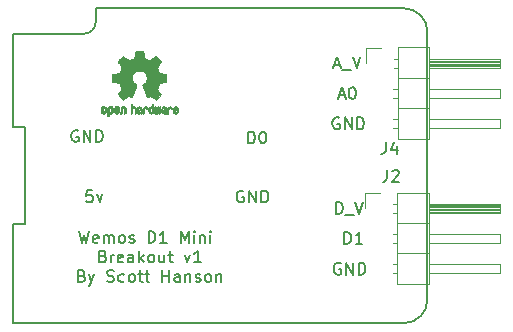
<source format=gbr>
G04 #@! TF.GenerationSoftware,KiCad,Pcbnew,(5.1.5)-3*
G04 #@! TF.CreationDate,2020-06-15T13:00:21-04:00*
G04 #@! TF.ProjectId,Wemo_Shield,57656d6f-5f53-4686-9965-6c642e6b6963,v1*
G04 #@! TF.SameCoordinates,Original*
G04 #@! TF.FileFunction,Legend,Top*
G04 #@! TF.FilePolarity,Positive*
%FSLAX46Y46*%
G04 Gerber Fmt 4.6, Leading zero omitted, Abs format (unit mm)*
G04 Created by KiCad (PCBNEW (5.1.5)-3) date 2020-06-15 13:00:21*
%MOMM*%
%LPD*%
G04 APERTURE LIST*
%ADD10C,0.150000*%
%ADD11C,0.010000*%
%ADD12C,0.120000*%
G04 APERTURE END LIST*
D10*
X129175000Y-105327380D02*
X129413095Y-106327380D01*
X129603571Y-105613095D01*
X129794047Y-106327380D01*
X130032142Y-105327380D01*
X130794047Y-106279761D02*
X130698809Y-106327380D01*
X130508333Y-106327380D01*
X130413095Y-106279761D01*
X130365476Y-106184523D01*
X130365476Y-105803571D01*
X130413095Y-105708333D01*
X130508333Y-105660714D01*
X130698809Y-105660714D01*
X130794047Y-105708333D01*
X130841666Y-105803571D01*
X130841666Y-105898809D01*
X130365476Y-105994047D01*
X131270238Y-106327380D02*
X131270238Y-105660714D01*
X131270238Y-105755952D02*
X131317857Y-105708333D01*
X131413095Y-105660714D01*
X131555952Y-105660714D01*
X131651190Y-105708333D01*
X131698809Y-105803571D01*
X131698809Y-106327380D01*
X131698809Y-105803571D02*
X131746428Y-105708333D01*
X131841666Y-105660714D01*
X131984523Y-105660714D01*
X132079761Y-105708333D01*
X132127380Y-105803571D01*
X132127380Y-106327380D01*
X132746428Y-106327380D02*
X132651190Y-106279761D01*
X132603571Y-106232142D01*
X132555952Y-106136904D01*
X132555952Y-105851190D01*
X132603571Y-105755952D01*
X132651190Y-105708333D01*
X132746428Y-105660714D01*
X132889285Y-105660714D01*
X132984523Y-105708333D01*
X133032142Y-105755952D01*
X133079761Y-105851190D01*
X133079761Y-106136904D01*
X133032142Y-106232142D01*
X132984523Y-106279761D01*
X132889285Y-106327380D01*
X132746428Y-106327380D01*
X133460714Y-106279761D02*
X133555952Y-106327380D01*
X133746428Y-106327380D01*
X133841666Y-106279761D01*
X133889285Y-106184523D01*
X133889285Y-106136904D01*
X133841666Y-106041666D01*
X133746428Y-105994047D01*
X133603571Y-105994047D01*
X133508333Y-105946428D01*
X133460714Y-105851190D01*
X133460714Y-105803571D01*
X133508333Y-105708333D01*
X133603571Y-105660714D01*
X133746428Y-105660714D01*
X133841666Y-105708333D01*
X135079761Y-106327380D02*
X135079761Y-105327380D01*
X135317857Y-105327380D01*
X135460714Y-105375000D01*
X135555952Y-105470238D01*
X135603571Y-105565476D01*
X135651190Y-105755952D01*
X135651190Y-105898809D01*
X135603571Y-106089285D01*
X135555952Y-106184523D01*
X135460714Y-106279761D01*
X135317857Y-106327380D01*
X135079761Y-106327380D01*
X136603571Y-106327380D02*
X136032142Y-106327380D01*
X136317857Y-106327380D02*
X136317857Y-105327380D01*
X136222619Y-105470238D01*
X136127380Y-105565476D01*
X136032142Y-105613095D01*
X137794047Y-106327380D02*
X137794047Y-105327380D01*
X138127380Y-106041666D01*
X138460714Y-105327380D01*
X138460714Y-106327380D01*
X138936904Y-106327380D02*
X138936904Y-105660714D01*
X138936904Y-105327380D02*
X138889285Y-105375000D01*
X138936904Y-105422619D01*
X138984523Y-105375000D01*
X138936904Y-105327380D01*
X138936904Y-105422619D01*
X139413095Y-105660714D02*
X139413095Y-106327380D01*
X139413095Y-105755952D02*
X139460714Y-105708333D01*
X139555952Y-105660714D01*
X139698809Y-105660714D01*
X139794047Y-105708333D01*
X139841666Y-105803571D01*
X139841666Y-106327380D01*
X140317857Y-106327380D02*
X140317857Y-105660714D01*
X140317857Y-105327380D02*
X140270238Y-105375000D01*
X140317857Y-105422619D01*
X140365476Y-105375000D01*
X140317857Y-105327380D01*
X140317857Y-105422619D01*
X131222619Y-107453571D02*
X131365476Y-107501190D01*
X131413095Y-107548809D01*
X131460714Y-107644047D01*
X131460714Y-107786904D01*
X131413095Y-107882142D01*
X131365476Y-107929761D01*
X131270238Y-107977380D01*
X130889285Y-107977380D01*
X130889285Y-106977380D01*
X131222619Y-106977380D01*
X131317857Y-107025000D01*
X131365476Y-107072619D01*
X131413095Y-107167857D01*
X131413095Y-107263095D01*
X131365476Y-107358333D01*
X131317857Y-107405952D01*
X131222619Y-107453571D01*
X130889285Y-107453571D01*
X131889285Y-107977380D02*
X131889285Y-107310714D01*
X131889285Y-107501190D02*
X131936904Y-107405952D01*
X131984523Y-107358333D01*
X132079761Y-107310714D01*
X132175000Y-107310714D01*
X132889285Y-107929761D02*
X132794047Y-107977380D01*
X132603571Y-107977380D01*
X132508333Y-107929761D01*
X132460714Y-107834523D01*
X132460714Y-107453571D01*
X132508333Y-107358333D01*
X132603571Y-107310714D01*
X132794047Y-107310714D01*
X132889285Y-107358333D01*
X132936904Y-107453571D01*
X132936904Y-107548809D01*
X132460714Y-107644047D01*
X133794047Y-107977380D02*
X133794047Y-107453571D01*
X133746428Y-107358333D01*
X133651190Y-107310714D01*
X133460714Y-107310714D01*
X133365476Y-107358333D01*
X133794047Y-107929761D02*
X133698809Y-107977380D01*
X133460714Y-107977380D01*
X133365476Y-107929761D01*
X133317857Y-107834523D01*
X133317857Y-107739285D01*
X133365476Y-107644047D01*
X133460714Y-107596428D01*
X133698809Y-107596428D01*
X133794047Y-107548809D01*
X134270238Y-107977380D02*
X134270238Y-106977380D01*
X134365476Y-107596428D02*
X134651190Y-107977380D01*
X134651190Y-107310714D02*
X134270238Y-107691666D01*
X135222619Y-107977380D02*
X135127380Y-107929761D01*
X135079761Y-107882142D01*
X135032142Y-107786904D01*
X135032142Y-107501190D01*
X135079761Y-107405952D01*
X135127380Y-107358333D01*
X135222619Y-107310714D01*
X135365476Y-107310714D01*
X135460714Y-107358333D01*
X135508333Y-107405952D01*
X135555952Y-107501190D01*
X135555952Y-107786904D01*
X135508333Y-107882142D01*
X135460714Y-107929761D01*
X135365476Y-107977380D01*
X135222619Y-107977380D01*
X136413095Y-107310714D02*
X136413095Y-107977380D01*
X135984523Y-107310714D02*
X135984523Y-107834523D01*
X136032142Y-107929761D01*
X136127380Y-107977380D01*
X136270238Y-107977380D01*
X136365476Y-107929761D01*
X136413095Y-107882142D01*
X136746428Y-107310714D02*
X137127380Y-107310714D01*
X136889285Y-106977380D02*
X136889285Y-107834523D01*
X136936904Y-107929761D01*
X137032142Y-107977380D01*
X137127380Y-107977380D01*
X138127380Y-107310714D02*
X138365476Y-107977380D01*
X138603571Y-107310714D01*
X139508333Y-107977380D02*
X138936904Y-107977380D01*
X139222619Y-107977380D02*
X139222619Y-106977380D01*
X139127380Y-107120238D01*
X139032142Y-107215476D01*
X138936904Y-107263095D01*
X129436904Y-109103571D02*
X129579761Y-109151190D01*
X129627380Y-109198809D01*
X129675000Y-109294047D01*
X129675000Y-109436904D01*
X129627380Y-109532142D01*
X129579761Y-109579761D01*
X129484523Y-109627380D01*
X129103571Y-109627380D01*
X129103571Y-108627380D01*
X129436904Y-108627380D01*
X129532142Y-108675000D01*
X129579761Y-108722619D01*
X129627380Y-108817857D01*
X129627380Y-108913095D01*
X129579761Y-109008333D01*
X129532142Y-109055952D01*
X129436904Y-109103571D01*
X129103571Y-109103571D01*
X130008333Y-108960714D02*
X130246428Y-109627380D01*
X130484523Y-108960714D02*
X130246428Y-109627380D01*
X130151190Y-109865476D01*
X130103571Y-109913095D01*
X130008333Y-109960714D01*
X131579761Y-109579761D02*
X131722619Y-109627380D01*
X131960714Y-109627380D01*
X132055952Y-109579761D01*
X132103571Y-109532142D01*
X132151190Y-109436904D01*
X132151190Y-109341666D01*
X132103571Y-109246428D01*
X132055952Y-109198809D01*
X131960714Y-109151190D01*
X131770238Y-109103571D01*
X131675000Y-109055952D01*
X131627380Y-109008333D01*
X131579761Y-108913095D01*
X131579761Y-108817857D01*
X131627380Y-108722619D01*
X131675000Y-108675000D01*
X131770238Y-108627380D01*
X132008333Y-108627380D01*
X132151190Y-108675000D01*
X133008333Y-109579761D02*
X132913095Y-109627380D01*
X132722619Y-109627380D01*
X132627380Y-109579761D01*
X132579761Y-109532142D01*
X132532142Y-109436904D01*
X132532142Y-109151190D01*
X132579761Y-109055952D01*
X132627380Y-109008333D01*
X132722619Y-108960714D01*
X132913095Y-108960714D01*
X133008333Y-109008333D01*
X133579761Y-109627380D02*
X133484523Y-109579761D01*
X133436904Y-109532142D01*
X133389285Y-109436904D01*
X133389285Y-109151190D01*
X133436904Y-109055952D01*
X133484523Y-109008333D01*
X133579761Y-108960714D01*
X133722619Y-108960714D01*
X133817857Y-109008333D01*
X133865476Y-109055952D01*
X133913095Y-109151190D01*
X133913095Y-109436904D01*
X133865476Y-109532142D01*
X133817857Y-109579761D01*
X133722619Y-109627380D01*
X133579761Y-109627380D01*
X134198809Y-108960714D02*
X134579761Y-108960714D01*
X134341666Y-108627380D02*
X134341666Y-109484523D01*
X134389285Y-109579761D01*
X134484523Y-109627380D01*
X134579761Y-109627380D01*
X134770238Y-108960714D02*
X135151190Y-108960714D01*
X134913095Y-108627380D02*
X134913095Y-109484523D01*
X134960714Y-109579761D01*
X135055952Y-109627380D01*
X135151190Y-109627380D01*
X136246428Y-109627380D02*
X136246428Y-108627380D01*
X136246428Y-109103571D02*
X136817857Y-109103571D01*
X136817857Y-109627380D02*
X136817857Y-108627380D01*
X137722619Y-109627380D02*
X137722619Y-109103571D01*
X137675000Y-109008333D01*
X137579761Y-108960714D01*
X137389285Y-108960714D01*
X137294047Y-109008333D01*
X137722619Y-109579761D02*
X137627380Y-109627380D01*
X137389285Y-109627380D01*
X137294047Y-109579761D01*
X137246428Y-109484523D01*
X137246428Y-109389285D01*
X137294047Y-109294047D01*
X137389285Y-109246428D01*
X137627380Y-109246428D01*
X137722619Y-109198809D01*
X138198809Y-108960714D02*
X138198809Y-109627380D01*
X138198809Y-109055952D02*
X138246428Y-109008333D01*
X138341666Y-108960714D01*
X138484523Y-108960714D01*
X138579761Y-109008333D01*
X138627380Y-109103571D01*
X138627380Y-109627380D01*
X139055952Y-109579761D02*
X139151190Y-109627380D01*
X139341666Y-109627380D01*
X139436904Y-109579761D01*
X139484523Y-109484523D01*
X139484523Y-109436904D01*
X139436904Y-109341666D01*
X139341666Y-109294047D01*
X139198809Y-109294047D01*
X139103571Y-109246428D01*
X139055952Y-109151190D01*
X139055952Y-109103571D01*
X139103571Y-109008333D01*
X139198809Y-108960714D01*
X139341666Y-108960714D01*
X139436904Y-109008333D01*
X140055952Y-109627380D02*
X139960714Y-109579761D01*
X139913095Y-109532142D01*
X139865476Y-109436904D01*
X139865476Y-109151190D01*
X139913095Y-109055952D01*
X139960714Y-109008333D01*
X140055952Y-108960714D01*
X140198809Y-108960714D01*
X140294047Y-109008333D01*
X140341666Y-109055952D01*
X140389285Y-109151190D01*
X140389285Y-109436904D01*
X140341666Y-109532142D01*
X140294047Y-109579761D01*
X140198809Y-109627380D01*
X140055952Y-109627380D01*
X140817857Y-108960714D02*
X140817857Y-109627380D01*
X140817857Y-109055952D02*
X140865476Y-109008333D01*
X140960714Y-108960714D01*
X141103571Y-108960714D01*
X141198809Y-109008333D01*
X141246428Y-109103571D01*
X141246428Y-109627380D01*
X151213095Y-95750000D02*
X151117857Y-95702380D01*
X150975000Y-95702380D01*
X150832142Y-95750000D01*
X150736904Y-95845238D01*
X150689285Y-95940476D01*
X150641666Y-96130952D01*
X150641666Y-96273809D01*
X150689285Y-96464285D01*
X150736904Y-96559523D01*
X150832142Y-96654761D01*
X150975000Y-96702380D01*
X151070238Y-96702380D01*
X151213095Y-96654761D01*
X151260714Y-96607142D01*
X151260714Y-96273809D01*
X151070238Y-96273809D01*
X151689285Y-96702380D02*
X151689285Y-95702380D01*
X152260714Y-96702380D01*
X152260714Y-95702380D01*
X152736904Y-96702380D02*
X152736904Y-95702380D01*
X152975000Y-95702380D01*
X153117857Y-95750000D01*
X153213095Y-95845238D01*
X153260714Y-95940476D01*
X153308333Y-96130952D01*
X153308333Y-96273809D01*
X153260714Y-96464285D01*
X153213095Y-96559523D01*
X153117857Y-96654761D01*
X152975000Y-96702380D01*
X152736904Y-96702380D01*
X151185714Y-93841666D02*
X151661904Y-93841666D01*
X151090476Y-94127380D02*
X151423809Y-93127380D01*
X151757142Y-94127380D01*
X152280952Y-93127380D02*
X152376190Y-93127380D01*
X152471428Y-93175000D01*
X152519047Y-93222619D01*
X152566666Y-93317857D01*
X152614285Y-93508333D01*
X152614285Y-93746428D01*
X152566666Y-93936904D01*
X152519047Y-94032142D01*
X152471428Y-94079761D01*
X152376190Y-94127380D01*
X152280952Y-94127380D01*
X152185714Y-94079761D01*
X152138095Y-94032142D01*
X152090476Y-93936904D01*
X152042857Y-93746428D01*
X152042857Y-93508333D01*
X152090476Y-93317857D01*
X152138095Y-93222619D01*
X152185714Y-93175000D01*
X152280952Y-93127380D01*
X150827380Y-91266666D02*
X151303571Y-91266666D01*
X150732142Y-91552380D02*
X151065476Y-90552380D01*
X151398809Y-91552380D01*
X151494047Y-91647619D02*
X152255952Y-91647619D01*
X152351190Y-90552380D02*
X152684523Y-91552380D01*
X153017857Y-90552380D01*
X130307142Y-101877380D02*
X129830952Y-101877380D01*
X129783333Y-102353571D01*
X129830952Y-102305952D01*
X129926190Y-102258333D01*
X130164285Y-102258333D01*
X130259523Y-102305952D01*
X130307142Y-102353571D01*
X130354761Y-102448809D01*
X130354761Y-102686904D01*
X130307142Y-102782142D01*
X130259523Y-102829761D01*
X130164285Y-102877380D01*
X129926190Y-102877380D01*
X129830952Y-102829761D01*
X129783333Y-102782142D01*
X130688095Y-102210714D02*
X130926190Y-102877380D01*
X131164285Y-102210714D01*
X129113095Y-96825000D02*
X129017857Y-96777380D01*
X128875000Y-96777380D01*
X128732142Y-96825000D01*
X128636904Y-96920238D01*
X128589285Y-97015476D01*
X128541666Y-97205952D01*
X128541666Y-97348809D01*
X128589285Y-97539285D01*
X128636904Y-97634523D01*
X128732142Y-97729761D01*
X128875000Y-97777380D01*
X128970238Y-97777380D01*
X129113095Y-97729761D01*
X129160714Y-97682142D01*
X129160714Y-97348809D01*
X128970238Y-97348809D01*
X129589285Y-97777380D02*
X129589285Y-96777380D01*
X130160714Y-97777380D01*
X130160714Y-96777380D01*
X130636904Y-97777380D02*
X130636904Y-96777380D01*
X130875000Y-96777380D01*
X131017857Y-96825000D01*
X131113095Y-96920238D01*
X131160714Y-97015476D01*
X131208333Y-97205952D01*
X131208333Y-97348809D01*
X131160714Y-97539285D01*
X131113095Y-97634523D01*
X131017857Y-97729761D01*
X130875000Y-97777380D01*
X130636904Y-97777380D01*
X143113095Y-101950000D02*
X143017857Y-101902380D01*
X142875000Y-101902380D01*
X142732142Y-101950000D01*
X142636904Y-102045238D01*
X142589285Y-102140476D01*
X142541666Y-102330952D01*
X142541666Y-102473809D01*
X142589285Y-102664285D01*
X142636904Y-102759523D01*
X142732142Y-102854761D01*
X142875000Y-102902380D01*
X142970238Y-102902380D01*
X143113095Y-102854761D01*
X143160714Y-102807142D01*
X143160714Y-102473809D01*
X142970238Y-102473809D01*
X143589285Y-102902380D02*
X143589285Y-101902380D01*
X144160714Y-102902380D01*
X144160714Y-101902380D01*
X144636904Y-102902380D02*
X144636904Y-101902380D01*
X144875000Y-101902380D01*
X145017857Y-101950000D01*
X145113095Y-102045238D01*
X145160714Y-102140476D01*
X145208333Y-102330952D01*
X145208333Y-102473809D01*
X145160714Y-102664285D01*
X145113095Y-102759523D01*
X145017857Y-102854761D01*
X144875000Y-102902380D01*
X144636904Y-102902380D01*
X143511904Y-97902380D02*
X143511904Y-96902380D01*
X143750000Y-96902380D01*
X143892857Y-96950000D01*
X143988095Y-97045238D01*
X144035714Y-97140476D01*
X144083333Y-97330952D01*
X144083333Y-97473809D01*
X144035714Y-97664285D01*
X143988095Y-97759523D01*
X143892857Y-97854761D01*
X143750000Y-97902380D01*
X143511904Y-97902380D01*
X144702380Y-96902380D02*
X144797619Y-96902380D01*
X144892857Y-96950000D01*
X144940476Y-96997619D01*
X144988095Y-97092857D01*
X145035714Y-97283333D01*
X145035714Y-97521428D01*
X144988095Y-97711904D01*
X144940476Y-97807142D01*
X144892857Y-97854761D01*
X144797619Y-97902380D01*
X144702380Y-97902380D01*
X144607142Y-97854761D01*
X144559523Y-97807142D01*
X144511904Y-97711904D01*
X144464285Y-97521428D01*
X144464285Y-97283333D01*
X144511904Y-97092857D01*
X144559523Y-96997619D01*
X144607142Y-96950000D01*
X144702380Y-96902380D01*
X151661904Y-106402380D02*
X151661904Y-105402380D01*
X151900000Y-105402380D01*
X152042857Y-105450000D01*
X152138095Y-105545238D01*
X152185714Y-105640476D01*
X152233333Y-105830952D01*
X152233333Y-105973809D01*
X152185714Y-106164285D01*
X152138095Y-106259523D01*
X152042857Y-106354761D01*
X151900000Y-106402380D01*
X151661904Y-106402380D01*
X153185714Y-106402380D02*
X152614285Y-106402380D01*
X152900000Y-106402380D02*
X152900000Y-105402380D01*
X152804761Y-105545238D01*
X152709523Y-105640476D01*
X152614285Y-105688095D01*
X150953571Y-103877380D02*
X150953571Y-102877380D01*
X151191666Y-102877380D01*
X151334523Y-102925000D01*
X151429761Y-103020238D01*
X151477380Y-103115476D01*
X151525000Y-103305952D01*
X151525000Y-103448809D01*
X151477380Y-103639285D01*
X151429761Y-103734523D01*
X151334523Y-103829761D01*
X151191666Y-103877380D01*
X150953571Y-103877380D01*
X151715476Y-103972619D02*
X152477380Y-103972619D01*
X152572619Y-102877380D02*
X152905952Y-103877380D01*
X153239285Y-102877380D01*
X151338095Y-108050000D02*
X151242857Y-108002380D01*
X151100000Y-108002380D01*
X150957142Y-108050000D01*
X150861904Y-108145238D01*
X150814285Y-108240476D01*
X150766666Y-108430952D01*
X150766666Y-108573809D01*
X150814285Y-108764285D01*
X150861904Y-108859523D01*
X150957142Y-108954761D01*
X151100000Y-109002380D01*
X151195238Y-109002380D01*
X151338095Y-108954761D01*
X151385714Y-108907142D01*
X151385714Y-108573809D01*
X151195238Y-108573809D01*
X151814285Y-109002380D02*
X151814285Y-108002380D01*
X152385714Y-109002380D01*
X152385714Y-108002380D01*
X152861904Y-109002380D02*
X152861904Y-108002380D01*
X153100000Y-108002380D01*
X153242857Y-108050000D01*
X153338095Y-108145238D01*
X153385714Y-108240476D01*
X153433333Y-108430952D01*
X153433333Y-108573809D01*
X153385714Y-108764285D01*
X153338095Y-108859523D01*
X153242857Y-108954761D01*
X153100000Y-109002380D01*
X152861904Y-109002380D01*
D11*
G36*
X134403910Y-90067348D02*
G01*
X134482454Y-90067778D01*
X134539298Y-90068942D01*
X134578105Y-90071207D01*
X134602538Y-90074940D01*
X134616262Y-90080506D01*
X134622940Y-90088273D01*
X134626236Y-90098605D01*
X134626556Y-90099943D01*
X134631562Y-90124079D01*
X134640829Y-90171701D01*
X134653392Y-90237741D01*
X134668287Y-90317128D01*
X134684551Y-90404796D01*
X134685119Y-90407875D01*
X134701410Y-90493789D01*
X134716652Y-90569696D01*
X134729861Y-90631045D01*
X134740054Y-90673282D01*
X134746248Y-90691855D01*
X134746543Y-90692184D01*
X134764788Y-90701253D01*
X134802405Y-90716367D01*
X134851271Y-90734262D01*
X134851543Y-90734358D01*
X134913093Y-90757493D01*
X134985657Y-90786965D01*
X135054057Y-90816597D01*
X135057294Y-90818062D01*
X135168702Y-90868626D01*
X135415399Y-90700160D01*
X135491077Y-90648803D01*
X135559631Y-90602889D01*
X135617088Y-90565030D01*
X135659476Y-90537837D01*
X135682825Y-90523921D01*
X135685042Y-90522889D01*
X135702010Y-90527484D01*
X135733701Y-90549655D01*
X135781352Y-90590447D01*
X135846198Y-90650905D01*
X135912397Y-90715227D01*
X135976214Y-90778612D01*
X136033329Y-90836451D01*
X136080305Y-90885175D01*
X136113703Y-90921210D01*
X136130085Y-90940984D01*
X136130694Y-90942002D01*
X136132505Y-90955572D01*
X136125683Y-90977733D01*
X136108540Y-91011478D01*
X136079393Y-91059800D01*
X136036555Y-91125692D01*
X135979448Y-91210517D01*
X135928766Y-91285177D01*
X135883461Y-91352140D01*
X135846150Y-91407516D01*
X135819452Y-91447420D01*
X135805985Y-91467962D01*
X135805137Y-91469356D01*
X135806781Y-91489038D01*
X135819245Y-91527293D01*
X135840048Y-91576889D01*
X135847462Y-91592728D01*
X135879814Y-91663290D01*
X135914328Y-91743353D01*
X135942365Y-91812629D01*
X135962568Y-91864045D01*
X135978615Y-91903119D01*
X135987888Y-91923541D01*
X135989041Y-91925114D01*
X136006096Y-91927721D01*
X136046298Y-91934863D01*
X136104302Y-91945523D01*
X136174763Y-91958685D01*
X136252335Y-91973333D01*
X136331672Y-91988449D01*
X136407431Y-92003018D01*
X136474264Y-92016022D01*
X136526828Y-92026445D01*
X136559776Y-92033270D01*
X136567857Y-92035199D01*
X136576205Y-92039962D01*
X136582506Y-92050718D01*
X136587045Y-92071098D01*
X136590104Y-92104734D01*
X136591967Y-92155255D01*
X136592918Y-92226292D01*
X136593240Y-92321476D01*
X136593257Y-92360492D01*
X136593257Y-92677799D01*
X136517057Y-92692839D01*
X136474663Y-92700995D01*
X136411400Y-92712899D01*
X136334962Y-92727116D01*
X136253043Y-92742210D01*
X136230400Y-92746355D01*
X136154806Y-92761053D01*
X136088953Y-92775505D01*
X136038366Y-92788375D01*
X136008574Y-92798322D01*
X136003612Y-92801287D01*
X135991426Y-92822283D01*
X135973953Y-92862967D01*
X135954577Y-92915322D01*
X135950734Y-92926600D01*
X135925339Y-92996523D01*
X135893817Y-93075418D01*
X135862969Y-93146266D01*
X135862817Y-93146595D01*
X135811447Y-93257733D01*
X135980399Y-93506253D01*
X136149352Y-93754772D01*
X135932429Y-93972058D01*
X135866819Y-94036726D01*
X135806979Y-94093733D01*
X135756267Y-94140033D01*
X135718046Y-94172584D01*
X135695675Y-94188343D01*
X135692466Y-94189343D01*
X135673626Y-94181469D01*
X135635180Y-94159578D01*
X135581330Y-94126267D01*
X135516276Y-94084131D01*
X135445940Y-94036943D01*
X135374555Y-93988810D01*
X135310908Y-93946928D01*
X135259041Y-93913871D01*
X135222995Y-93892218D01*
X135206867Y-93884543D01*
X135187189Y-93891037D01*
X135149875Y-93908150D01*
X135102621Y-93932326D01*
X135097612Y-93935013D01*
X135033977Y-93966927D01*
X134990341Y-93982579D01*
X134963202Y-93982745D01*
X134949057Y-93968204D01*
X134948975Y-93968000D01*
X134941905Y-93950779D01*
X134925042Y-93909899D01*
X134899695Y-93848525D01*
X134867171Y-93769819D01*
X134828778Y-93676947D01*
X134785822Y-93573072D01*
X134744222Y-93472502D01*
X134698504Y-93361516D01*
X134656526Y-93258703D01*
X134619548Y-93167215D01*
X134588827Y-93090201D01*
X134565622Y-93030815D01*
X134551190Y-92992209D01*
X134546743Y-92977800D01*
X134557896Y-92961272D01*
X134587069Y-92934930D01*
X134625971Y-92905887D01*
X134736757Y-92814039D01*
X134823351Y-92708759D01*
X134884716Y-92592266D01*
X134919815Y-92466776D01*
X134927608Y-92334507D01*
X134921943Y-92273457D01*
X134891078Y-92146795D01*
X134837920Y-92034941D01*
X134765767Y-91939001D01*
X134677917Y-91860076D01*
X134577665Y-91799270D01*
X134468310Y-91757687D01*
X134353147Y-91736428D01*
X134235475Y-91736599D01*
X134118590Y-91759301D01*
X134005789Y-91805638D01*
X133900369Y-91876713D01*
X133856368Y-91916911D01*
X133771979Y-92020129D01*
X133713222Y-92132925D01*
X133679704Y-92252010D01*
X133671035Y-92374095D01*
X133686823Y-92495893D01*
X133726678Y-92614116D01*
X133790207Y-92725475D01*
X133877021Y-92826684D01*
X133974029Y-92905887D01*
X134014437Y-92936162D01*
X134042982Y-92962219D01*
X134053257Y-92977825D01*
X134047877Y-92994843D01*
X134032575Y-93035500D01*
X134008612Y-93096642D01*
X133977244Y-93175119D01*
X133939732Y-93267780D01*
X133897333Y-93371472D01*
X133855663Y-93472526D01*
X133809690Y-93583607D01*
X133767107Y-93686541D01*
X133729221Y-93778165D01*
X133697340Y-93855316D01*
X133672771Y-93914831D01*
X133656820Y-93953544D01*
X133650910Y-93968000D01*
X133636948Y-93982685D01*
X133609940Y-93982642D01*
X133566413Y-93967099D01*
X133502890Y-93935284D01*
X133502388Y-93935013D01*
X133454560Y-93910323D01*
X133415897Y-93892338D01*
X133394095Y-93884614D01*
X133393133Y-93884543D01*
X133376721Y-93892378D01*
X133340487Y-93914165D01*
X133288474Y-93947328D01*
X133224725Y-93989291D01*
X133154060Y-94036943D01*
X133082116Y-94085191D01*
X133017274Y-94127151D01*
X132963735Y-94160227D01*
X132925697Y-94181821D01*
X132907533Y-94189343D01*
X132890808Y-94179457D01*
X132857180Y-94151826D01*
X132810010Y-94109495D01*
X132752658Y-94055505D01*
X132688484Y-93992899D01*
X132667497Y-93971983D01*
X132450499Y-93754623D01*
X132615668Y-93512220D01*
X132665864Y-93437781D01*
X132709919Y-93370972D01*
X132745362Y-93315665D01*
X132769719Y-93275729D01*
X132780522Y-93255036D01*
X132780838Y-93253563D01*
X132775143Y-93234058D01*
X132759826Y-93194822D01*
X132737537Y-93142430D01*
X132721893Y-93107355D01*
X132692641Y-93040201D01*
X132665094Y-92972358D01*
X132643737Y-92915034D01*
X132637935Y-92897572D01*
X132621452Y-92850938D01*
X132605340Y-92814905D01*
X132596490Y-92801287D01*
X132576960Y-92792952D01*
X132534334Y-92781137D01*
X132474145Y-92767181D01*
X132401922Y-92752422D01*
X132369600Y-92746355D01*
X132287522Y-92731273D01*
X132208795Y-92716669D01*
X132141109Y-92703980D01*
X132092160Y-92694642D01*
X132082943Y-92692839D01*
X132006743Y-92677799D01*
X132006743Y-92360492D01*
X132006914Y-92256154D01*
X132007616Y-92177213D01*
X132009134Y-92120038D01*
X132011749Y-92080999D01*
X132015746Y-92056465D01*
X132021409Y-92042805D01*
X132029020Y-92036389D01*
X132032143Y-92035199D01*
X132050978Y-92030980D01*
X132092588Y-92022562D01*
X132151630Y-92010961D01*
X132222757Y-91997195D01*
X132300625Y-91982280D01*
X132379887Y-91967232D01*
X132455198Y-91953069D01*
X132521213Y-91940806D01*
X132572587Y-91931461D01*
X132603975Y-91926050D01*
X132610959Y-91925114D01*
X132617285Y-91912596D01*
X132631290Y-91879246D01*
X132650355Y-91831377D01*
X132657634Y-91812629D01*
X132686996Y-91740195D01*
X132721571Y-91660170D01*
X132752537Y-91592728D01*
X132775323Y-91541159D01*
X132790482Y-91498785D01*
X132795542Y-91472834D01*
X132794736Y-91469356D01*
X132784041Y-91452936D01*
X132759620Y-91416417D01*
X132724095Y-91363687D01*
X132680087Y-91298635D01*
X132630217Y-91225151D01*
X132620356Y-91210645D01*
X132562492Y-91124704D01*
X132519956Y-91059261D01*
X132491054Y-91011304D01*
X132474090Y-90977820D01*
X132467367Y-90955795D01*
X132469190Y-90942217D01*
X132469236Y-90942131D01*
X132483586Y-90924297D01*
X132515323Y-90889817D01*
X132561010Y-90842268D01*
X132617204Y-90785222D01*
X132680468Y-90722255D01*
X132687602Y-90715227D01*
X132767330Y-90638020D01*
X132828857Y-90581330D01*
X132873421Y-90544110D01*
X132902257Y-90525315D01*
X132914958Y-90522889D01*
X132933494Y-90533471D01*
X132971961Y-90557916D01*
X133026386Y-90593612D01*
X133092798Y-90637947D01*
X133167225Y-90688311D01*
X133184601Y-90700160D01*
X133431297Y-90868626D01*
X133542706Y-90818062D01*
X133610457Y-90788595D01*
X133683183Y-90758959D01*
X133745703Y-90735330D01*
X133748457Y-90734358D01*
X133797360Y-90716457D01*
X133835057Y-90701320D01*
X133853425Y-90692210D01*
X133853456Y-90692184D01*
X133859285Y-90675717D01*
X133869192Y-90635219D01*
X133882195Y-90575242D01*
X133897309Y-90500340D01*
X133913552Y-90415064D01*
X133914881Y-90407875D01*
X133931175Y-90320014D01*
X133946133Y-90240260D01*
X133958791Y-90173681D01*
X133968186Y-90125347D01*
X133973354Y-90100325D01*
X133973444Y-90099943D01*
X133976589Y-90089299D01*
X133982704Y-90081262D01*
X133995453Y-90075467D01*
X134018500Y-90071547D01*
X134055509Y-90069135D01*
X134110144Y-90067865D01*
X134186067Y-90067371D01*
X134286944Y-90067286D01*
X134300000Y-90067286D01*
X134403910Y-90067348D01*
G37*
X134403910Y-90067348D02*
X134482454Y-90067778D01*
X134539298Y-90068942D01*
X134578105Y-90071207D01*
X134602538Y-90074940D01*
X134616262Y-90080506D01*
X134622940Y-90088273D01*
X134626236Y-90098605D01*
X134626556Y-90099943D01*
X134631562Y-90124079D01*
X134640829Y-90171701D01*
X134653392Y-90237741D01*
X134668287Y-90317128D01*
X134684551Y-90404796D01*
X134685119Y-90407875D01*
X134701410Y-90493789D01*
X134716652Y-90569696D01*
X134729861Y-90631045D01*
X134740054Y-90673282D01*
X134746248Y-90691855D01*
X134746543Y-90692184D01*
X134764788Y-90701253D01*
X134802405Y-90716367D01*
X134851271Y-90734262D01*
X134851543Y-90734358D01*
X134913093Y-90757493D01*
X134985657Y-90786965D01*
X135054057Y-90816597D01*
X135057294Y-90818062D01*
X135168702Y-90868626D01*
X135415399Y-90700160D01*
X135491077Y-90648803D01*
X135559631Y-90602889D01*
X135617088Y-90565030D01*
X135659476Y-90537837D01*
X135682825Y-90523921D01*
X135685042Y-90522889D01*
X135702010Y-90527484D01*
X135733701Y-90549655D01*
X135781352Y-90590447D01*
X135846198Y-90650905D01*
X135912397Y-90715227D01*
X135976214Y-90778612D01*
X136033329Y-90836451D01*
X136080305Y-90885175D01*
X136113703Y-90921210D01*
X136130085Y-90940984D01*
X136130694Y-90942002D01*
X136132505Y-90955572D01*
X136125683Y-90977733D01*
X136108540Y-91011478D01*
X136079393Y-91059800D01*
X136036555Y-91125692D01*
X135979448Y-91210517D01*
X135928766Y-91285177D01*
X135883461Y-91352140D01*
X135846150Y-91407516D01*
X135819452Y-91447420D01*
X135805985Y-91467962D01*
X135805137Y-91469356D01*
X135806781Y-91489038D01*
X135819245Y-91527293D01*
X135840048Y-91576889D01*
X135847462Y-91592728D01*
X135879814Y-91663290D01*
X135914328Y-91743353D01*
X135942365Y-91812629D01*
X135962568Y-91864045D01*
X135978615Y-91903119D01*
X135987888Y-91923541D01*
X135989041Y-91925114D01*
X136006096Y-91927721D01*
X136046298Y-91934863D01*
X136104302Y-91945523D01*
X136174763Y-91958685D01*
X136252335Y-91973333D01*
X136331672Y-91988449D01*
X136407431Y-92003018D01*
X136474264Y-92016022D01*
X136526828Y-92026445D01*
X136559776Y-92033270D01*
X136567857Y-92035199D01*
X136576205Y-92039962D01*
X136582506Y-92050718D01*
X136587045Y-92071098D01*
X136590104Y-92104734D01*
X136591967Y-92155255D01*
X136592918Y-92226292D01*
X136593240Y-92321476D01*
X136593257Y-92360492D01*
X136593257Y-92677799D01*
X136517057Y-92692839D01*
X136474663Y-92700995D01*
X136411400Y-92712899D01*
X136334962Y-92727116D01*
X136253043Y-92742210D01*
X136230400Y-92746355D01*
X136154806Y-92761053D01*
X136088953Y-92775505D01*
X136038366Y-92788375D01*
X136008574Y-92798322D01*
X136003612Y-92801287D01*
X135991426Y-92822283D01*
X135973953Y-92862967D01*
X135954577Y-92915322D01*
X135950734Y-92926600D01*
X135925339Y-92996523D01*
X135893817Y-93075418D01*
X135862969Y-93146266D01*
X135862817Y-93146595D01*
X135811447Y-93257733D01*
X135980399Y-93506253D01*
X136149352Y-93754772D01*
X135932429Y-93972058D01*
X135866819Y-94036726D01*
X135806979Y-94093733D01*
X135756267Y-94140033D01*
X135718046Y-94172584D01*
X135695675Y-94188343D01*
X135692466Y-94189343D01*
X135673626Y-94181469D01*
X135635180Y-94159578D01*
X135581330Y-94126267D01*
X135516276Y-94084131D01*
X135445940Y-94036943D01*
X135374555Y-93988810D01*
X135310908Y-93946928D01*
X135259041Y-93913871D01*
X135222995Y-93892218D01*
X135206867Y-93884543D01*
X135187189Y-93891037D01*
X135149875Y-93908150D01*
X135102621Y-93932326D01*
X135097612Y-93935013D01*
X135033977Y-93966927D01*
X134990341Y-93982579D01*
X134963202Y-93982745D01*
X134949057Y-93968204D01*
X134948975Y-93968000D01*
X134941905Y-93950779D01*
X134925042Y-93909899D01*
X134899695Y-93848525D01*
X134867171Y-93769819D01*
X134828778Y-93676947D01*
X134785822Y-93573072D01*
X134744222Y-93472502D01*
X134698504Y-93361516D01*
X134656526Y-93258703D01*
X134619548Y-93167215D01*
X134588827Y-93090201D01*
X134565622Y-93030815D01*
X134551190Y-92992209D01*
X134546743Y-92977800D01*
X134557896Y-92961272D01*
X134587069Y-92934930D01*
X134625971Y-92905887D01*
X134736757Y-92814039D01*
X134823351Y-92708759D01*
X134884716Y-92592266D01*
X134919815Y-92466776D01*
X134927608Y-92334507D01*
X134921943Y-92273457D01*
X134891078Y-92146795D01*
X134837920Y-92034941D01*
X134765767Y-91939001D01*
X134677917Y-91860076D01*
X134577665Y-91799270D01*
X134468310Y-91757687D01*
X134353147Y-91736428D01*
X134235475Y-91736599D01*
X134118590Y-91759301D01*
X134005789Y-91805638D01*
X133900369Y-91876713D01*
X133856368Y-91916911D01*
X133771979Y-92020129D01*
X133713222Y-92132925D01*
X133679704Y-92252010D01*
X133671035Y-92374095D01*
X133686823Y-92495893D01*
X133726678Y-92614116D01*
X133790207Y-92725475D01*
X133877021Y-92826684D01*
X133974029Y-92905887D01*
X134014437Y-92936162D01*
X134042982Y-92962219D01*
X134053257Y-92977825D01*
X134047877Y-92994843D01*
X134032575Y-93035500D01*
X134008612Y-93096642D01*
X133977244Y-93175119D01*
X133939732Y-93267780D01*
X133897333Y-93371472D01*
X133855663Y-93472526D01*
X133809690Y-93583607D01*
X133767107Y-93686541D01*
X133729221Y-93778165D01*
X133697340Y-93855316D01*
X133672771Y-93914831D01*
X133656820Y-93953544D01*
X133650910Y-93968000D01*
X133636948Y-93982685D01*
X133609940Y-93982642D01*
X133566413Y-93967099D01*
X133502890Y-93935284D01*
X133502388Y-93935013D01*
X133454560Y-93910323D01*
X133415897Y-93892338D01*
X133394095Y-93884614D01*
X133393133Y-93884543D01*
X133376721Y-93892378D01*
X133340487Y-93914165D01*
X133288474Y-93947328D01*
X133224725Y-93989291D01*
X133154060Y-94036943D01*
X133082116Y-94085191D01*
X133017274Y-94127151D01*
X132963735Y-94160227D01*
X132925697Y-94181821D01*
X132907533Y-94189343D01*
X132890808Y-94179457D01*
X132857180Y-94151826D01*
X132810010Y-94109495D01*
X132752658Y-94055505D01*
X132688484Y-93992899D01*
X132667497Y-93971983D01*
X132450499Y-93754623D01*
X132615668Y-93512220D01*
X132665864Y-93437781D01*
X132709919Y-93370972D01*
X132745362Y-93315665D01*
X132769719Y-93275729D01*
X132780522Y-93255036D01*
X132780838Y-93253563D01*
X132775143Y-93234058D01*
X132759826Y-93194822D01*
X132737537Y-93142430D01*
X132721893Y-93107355D01*
X132692641Y-93040201D01*
X132665094Y-92972358D01*
X132643737Y-92915034D01*
X132637935Y-92897572D01*
X132621452Y-92850938D01*
X132605340Y-92814905D01*
X132596490Y-92801287D01*
X132576960Y-92792952D01*
X132534334Y-92781137D01*
X132474145Y-92767181D01*
X132401922Y-92752422D01*
X132369600Y-92746355D01*
X132287522Y-92731273D01*
X132208795Y-92716669D01*
X132141109Y-92703980D01*
X132092160Y-92694642D01*
X132082943Y-92692839D01*
X132006743Y-92677799D01*
X132006743Y-92360492D01*
X132006914Y-92256154D01*
X132007616Y-92177213D01*
X132009134Y-92120038D01*
X132011749Y-92080999D01*
X132015746Y-92056465D01*
X132021409Y-92042805D01*
X132029020Y-92036389D01*
X132032143Y-92035199D01*
X132050978Y-92030980D01*
X132092588Y-92022562D01*
X132151630Y-92010961D01*
X132222757Y-91997195D01*
X132300625Y-91982280D01*
X132379887Y-91967232D01*
X132455198Y-91953069D01*
X132521213Y-91940806D01*
X132572587Y-91931461D01*
X132603975Y-91926050D01*
X132610959Y-91925114D01*
X132617285Y-91912596D01*
X132631290Y-91879246D01*
X132650355Y-91831377D01*
X132657634Y-91812629D01*
X132686996Y-91740195D01*
X132721571Y-91660170D01*
X132752537Y-91592728D01*
X132775323Y-91541159D01*
X132790482Y-91498785D01*
X132795542Y-91472834D01*
X132794736Y-91469356D01*
X132784041Y-91452936D01*
X132759620Y-91416417D01*
X132724095Y-91363687D01*
X132680087Y-91298635D01*
X132630217Y-91225151D01*
X132620356Y-91210645D01*
X132562492Y-91124704D01*
X132519956Y-91059261D01*
X132491054Y-91011304D01*
X132474090Y-90977820D01*
X132467367Y-90955795D01*
X132469190Y-90942217D01*
X132469236Y-90942131D01*
X132483586Y-90924297D01*
X132515323Y-90889817D01*
X132561010Y-90842268D01*
X132617204Y-90785222D01*
X132680468Y-90722255D01*
X132687602Y-90715227D01*
X132767330Y-90638020D01*
X132828857Y-90581330D01*
X132873421Y-90544110D01*
X132902257Y-90525315D01*
X132914958Y-90522889D01*
X132933494Y-90533471D01*
X132971961Y-90557916D01*
X133026386Y-90593612D01*
X133092798Y-90637947D01*
X133167225Y-90688311D01*
X133184601Y-90700160D01*
X133431297Y-90868626D01*
X133542706Y-90818062D01*
X133610457Y-90788595D01*
X133683183Y-90758959D01*
X133745703Y-90735330D01*
X133748457Y-90734358D01*
X133797360Y-90716457D01*
X133835057Y-90701320D01*
X133853425Y-90692210D01*
X133853456Y-90692184D01*
X133859285Y-90675717D01*
X133869192Y-90635219D01*
X133882195Y-90575242D01*
X133897309Y-90500340D01*
X133913552Y-90415064D01*
X133914881Y-90407875D01*
X133931175Y-90320014D01*
X133946133Y-90240260D01*
X133958791Y-90173681D01*
X133968186Y-90125347D01*
X133973354Y-90100325D01*
X133973444Y-90099943D01*
X133976589Y-90089299D01*
X133982704Y-90081262D01*
X133995453Y-90075467D01*
X134018500Y-90071547D01*
X134055509Y-90069135D01*
X134110144Y-90067865D01*
X134186067Y-90067371D01*
X134286944Y-90067286D01*
X134300000Y-90067286D01*
X134403910Y-90067348D01*
G36*
X137453595Y-94791966D02*
G01*
X137511021Y-94829497D01*
X137538719Y-94863096D01*
X137560662Y-94924064D01*
X137562405Y-94972308D01*
X137558457Y-95036816D01*
X137409686Y-95101934D01*
X137337349Y-95135202D01*
X137290084Y-95161964D01*
X137265507Y-95185144D01*
X137261237Y-95207667D01*
X137274889Y-95232455D01*
X137289943Y-95248886D01*
X137333746Y-95275235D01*
X137381389Y-95277081D01*
X137425145Y-95256546D01*
X137457289Y-95215752D01*
X137463038Y-95201347D01*
X137490576Y-95156356D01*
X137522258Y-95137182D01*
X137565714Y-95120779D01*
X137565714Y-95182966D01*
X137561872Y-95225283D01*
X137546823Y-95260969D01*
X137515280Y-95301943D01*
X137510592Y-95307267D01*
X137475506Y-95343720D01*
X137445347Y-95363283D01*
X137407615Y-95372283D01*
X137376335Y-95375230D01*
X137320385Y-95375965D01*
X137280555Y-95366660D01*
X137255708Y-95352846D01*
X137216656Y-95322467D01*
X137189625Y-95289613D01*
X137172517Y-95248294D01*
X137163238Y-95192521D01*
X137159693Y-95116305D01*
X137159410Y-95077622D01*
X137160372Y-95031247D01*
X137248007Y-95031247D01*
X137249023Y-95056126D01*
X137251556Y-95060200D01*
X137268274Y-95054665D01*
X137304249Y-95040017D01*
X137352331Y-95019190D01*
X137362386Y-95014714D01*
X137423152Y-94983814D01*
X137456632Y-94956657D01*
X137463990Y-94931220D01*
X137446391Y-94905481D01*
X137431856Y-94894109D01*
X137379410Y-94871364D01*
X137330322Y-94875122D01*
X137289227Y-94902884D01*
X137260758Y-94952152D01*
X137251631Y-94991257D01*
X137248007Y-95031247D01*
X137160372Y-95031247D01*
X137161285Y-94987249D01*
X137168196Y-94920384D01*
X137181884Y-94871695D01*
X137204096Y-94835849D01*
X137236574Y-94807513D01*
X137250733Y-94798355D01*
X137315053Y-94774507D01*
X137385473Y-94773006D01*
X137453595Y-94791966D01*
G37*
X137453595Y-94791966D02*
X137511021Y-94829497D01*
X137538719Y-94863096D01*
X137560662Y-94924064D01*
X137562405Y-94972308D01*
X137558457Y-95036816D01*
X137409686Y-95101934D01*
X137337349Y-95135202D01*
X137290084Y-95161964D01*
X137265507Y-95185144D01*
X137261237Y-95207667D01*
X137274889Y-95232455D01*
X137289943Y-95248886D01*
X137333746Y-95275235D01*
X137381389Y-95277081D01*
X137425145Y-95256546D01*
X137457289Y-95215752D01*
X137463038Y-95201347D01*
X137490576Y-95156356D01*
X137522258Y-95137182D01*
X137565714Y-95120779D01*
X137565714Y-95182966D01*
X137561872Y-95225283D01*
X137546823Y-95260969D01*
X137515280Y-95301943D01*
X137510592Y-95307267D01*
X137475506Y-95343720D01*
X137445347Y-95363283D01*
X137407615Y-95372283D01*
X137376335Y-95375230D01*
X137320385Y-95375965D01*
X137280555Y-95366660D01*
X137255708Y-95352846D01*
X137216656Y-95322467D01*
X137189625Y-95289613D01*
X137172517Y-95248294D01*
X137163238Y-95192521D01*
X137159693Y-95116305D01*
X137159410Y-95077622D01*
X137160372Y-95031247D01*
X137248007Y-95031247D01*
X137249023Y-95056126D01*
X137251556Y-95060200D01*
X137268274Y-95054665D01*
X137304249Y-95040017D01*
X137352331Y-95019190D01*
X137362386Y-95014714D01*
X137423152Y-94983814D01*
X137456632Y-94956657D01*
X137463990Y-94931220D01*
X137446391Y-94905481D01*
X137431856Y-94894109D01*
X137379410Y-94871364D01*
X137330322Y-94875122D01*
X137289227Y-94902884D01*
X137260758Y-94952152D01*
X137251631Y-94991257D01*
X137248007Y-95031247D01*
X137160372Y-95031247D01*
X137161285Y-94987249D01*
X137168196Y-94920384D01*
X137181884Y-94871695D01*
X137204096Y-94835849D01*
X137236574Y-94807513D01*
X137250733Y-94798355D01*
X137315053Y-94774507D01*
X137385473Y-94773006D01*
X137453595Y-94791966D01*
G36*
X136952600Y-94783752D02*
G01*
X136969948Y-94791334D01*
X137011356Y-94824128D01*
X137046765Y-94871547D01*
X137068664Y-94922151D01*
X137072229Y-94947098D01*
X137060279Y-94981927D01*
X137034067Y-95000357D01*
X137005964Y-95011516D01*
X136993095Y-95013572D01*
X136986829Y-94998649D01*
X136974456Y-94966175D01*
X136969028Y-94951502D01*
X136938590Y-94900744D01*
X136894520Y-94875427D01*
X136838010Y-94876206D01*
X136833825Y-94877203D01*
X136803655Y-94891507D01*
X136781476Y-94919393D01*
X136766327Y-94964287D01*
X136757250Y-95029615D01*
X136753286Y-95118804D01*
X136752914Y-95166261D01*
X136752730Y-95241071D01*
X136751522Y-95292069D01*
X136748309Y-95324471D01*
X136742109Y-95343495D01*
X136731940Y-95354356D01*
X136716819Y-95362272D01*
X136715946Y-95362670D01*
X136686828Y-95374981D01*
X136672403Y-95379514D01*
X136670186Y-95365809D01*
X136668289Y-95327925D01*
X136666847Y-95270715D01*
X136665998Y-95199027D01*
X136665829Y-95146565D01*
X136666692Y-95045047D01*
X136670070Y-94968032D01*
X136677142Y-94911023D01*
X136689088Y-94869526D01*
X136707090Y-94839043D01*
X136732327Y-94815080D01*
X136757247Y-94798355D01*
X136817171Y-94776097D01*
X136886911Y-94771076D01*
X136952600Y-94783752D01*
G37*
X136952600Y-94783752D02*
X136969948Y-94791334D01*
X137011356Y-94824128D01*
X137046765Y-94871547D01*
X137068664Y-94922151D01*
X137072229Y-94947098D01*
X137060279Y-94981927D01*
X137034067Y-95000357D01*
X137005964Y-95011516D01*
X136993095Y-95013572D01*
X136986829Y-94998649D01*
X136974456Y-94966175D01*
X136969028Y-94951502D01*
X136938590Y-94900744D01*
X136894520Y-94875427D01*
X136838010Y-94876206D01*
X136833825Y-94877203D01*
X136803655Y-94891507D01*
X136781476Y-94919393D01*
X136766327Y-94964287D01*
X136757250Y-95029615D01*
X136753286Y-95118804D01*
X136752914Y-95166261D01*
X136752730Y-95241071D01*
X136751522Y-95292069D01*
X136748309Y-95324471D01*
X136742109Y-95343495D01*
X136731940Y-95354356D01*
X136716819Y-95362272D01*
X136715946Y-95362670D01*
X136686828Y-95374981D01*
X136672403Y-95379514D01*
X136670186Y-95365809D01*
X136668289Y-95327925D01*
X136666847Y-95270715D01*
X136665998Y-95199027D01*
X136665829Y-95146565D01*
X136666692Y-95045047D01*
X136670070Y-94968032D01*
X136677142Y-94911023D01*
X136689088Y-94869526D01*
X136707090Y-94839043D01*
X136732327Y-94815080D01*
X136757247Y-94798355D01*
X136817171Y-94776097D01*
X136886911Y-94771076D01*
X136952600Y-94783752D01*
G36*
X136444876Y-94781335D02*
G01*
X136486667Y-94800344D01*
X136519469Y-94823378D01*
X136543503Y-94849133D01*
X136560097Y-94882358D01*
X136570577Y-94927800D01*
X136576271Y-94990207D01*
X136578507Y-95074327D01*
X136578743Y-95129721D01*
X136578743Y-95345826D01*
X136541774Y-95362670D01*
X136512656Y-95374981D01*
X136498231Y-95379514D01*
X136495472Y-95366025D01*
X136493282Y-95329653D01*
X136491942Y-95276542D01*
X136491657Y-95234372D01*
X136490434Y-95173447D01*
X136487136Y-95125115D01*
X136482321Y-95095518D01*
X136478496Y-95089229D01*
X136452783Y-95095652D01*
X136412418Y-95112125D01*
X136365679Y-95134458D01*
X136320845Y-95158457D01*
X136286193Y-95179930D01*
X136270002Y-95194685D01*
X136269938Y-95194845D01*
X136271330Y-95222152D01*
X136283818Y-95248219D01*
X136305743Y-95269392D01*
X136337743Y-95276474D01*
X136365092Y-95275649D01*
X136403826Y-95275042D01*
X136424158Y-95284116D01*
X136436369Y-95308092D01*
X136437909Y-95312613D01*
X136443203Y-95346806D01*
X136429047Y-95367568D01*
X136392148Y-95377462D01*
X136352289Y-95379292D01*
X136280562Y-95365727D01*
X136243432Y-95346355D01*
X136197576Y-95300845D01*
X136173256Y-95244983D01*
X136171073Y-95185957D01*
X136191629Y-95130953D01*
X136222549Y-95096486D01*
X136253420Y-95077189D01*
X136301942Y-95052759D01*
X136358485Y-95027985D01*
X136367910Y-95024199D01*
X136430019Y-94996791D01*
X136465822Y-94972634D01*
X136477337Y-94948619D01*
X136466580Y-94921635D01*
X136448114Y-94900543D01*
X136404469Y-94874572D01*
X136356446Y-94872624D01*
X136312406Y-94892637D01*
X136280709Y-94932551D01*
X136276549Y-94942848D01*
X136252327Y-94980724D01*
X136216965Y-95008842D01*
X136172343Y-95031917D01*
X136172343Y-94966485D01*
X136174969Y-94926506D01*
X136186230Y-94894997D01*
X136211199Y-94861378D01*
X136235169Y-94835484D01*
X136272441Y-94798817D01*
X136301401Y-94779121D01*
X136332505Y-94771220D01*
X136367713Y-94769914D01*
X136444876Y-94781335D01*
G37*
X136444876Y-94781335D02*
X136486667Y-94800344D01*
X136519469Y-94823378D01*
X136543503Y-94849133D01*
X136560097Y-94882358D01*
X136570577Y-94927800D01*
X136576271Y-94990207D01*
X136578507Y-95074327D01*
X136578743Y-95129721D01*
X136578743Y-95345826D01*
X136541774Y-95362670D01*
X136512656Y-95374981D01*
X136498231Y-95379514D01*
X136495472Y-95366025D01*
X136493282Y-95329653D01*
X136491942Y-95276542D01*
X136491657Y-95234372D01*
X136490434Y-95173447D01*
X136487136Y-95125115D01*
X136482321Y-95095518D01*
X136478496Y-95089229D01*
X136452783Y-95095652D01*
X136412418Y-95112125D01*
X136365679Y-95134458D01*
X136320845Y-95158457D01*
X136286193Y-95179930D01*
X136270002Y-95194685D01*
X136269938Y-95194845D01*
X136271330Y-95222152D01*
X136283818Y-95248219D01*
X136305743Y-95269392D01*
X136337743Y-95276474D01*
X136365092Y-95275649D01*
X136403826Y-95275042D01*
X136424158Y-95284116D01*
X136436369Y-95308092D01*
X136437909Y-95312613D01*
X136443203Y-95346806D01*
X136429047Y-95367568D01*
X136392148Y-95377462D01*
X136352289Y-95379292D01*
X136280562Y-95365727D01*
X136243432Y-95346355D01*
X136197576Y-95300845D01*
X136173256Y-95244983D01*
X136171073Y-95185957D01*
X136191629Y-95130953D01*
X136222549Y-95096486D01*
X136253420Y-95077189D01*
X136301942Y-95052759D01*
X136358485Y-95027985D01*
X136367910Y-95024199D01*
X136430019Y-94996791D01*
X136465822Y-94972634D01*
X136477337Y-94948619D01*
X136466580Y-94921635D01*
X136448114Y-94900543D01*
X136404469Y-94874572D01*
X136356446Y-94872624D01*
X136312406Y-94892637D01*
X136280709Y-94932551D01*
X136276549Y-94942848D01*
X136252327Y-94980724D01*
X136216965Y-95008842D01*
X136172343Y-95031917D01*
X136172343Y-94966485D01*
X136174969Y-94926506D01*
X136186230Y-94894997D01*
X136211199Y-94861378D01*
X136235169Y-94835484D01*
X136272441Y-94798817D01*
X136301401Y-94779121D01*
X136332505Y-94771220D01*
X136367713Y-94769914D01*
X136444876Y-94781335D01*
G36*
X136079833Y-94783663D02*
G01*
X136082048Y-94821850D01*
X136083784Y-94879886D01*
X136084899Y-94953180D01*
X136085257Y-95030055D01*
X136085257Y-95290196D01*
X136039326Y-95336127D01*
X136007675Y-95364429D01*
X135979890Y-95375893D01*
X135941915Y-95375168D01*
X135926840Y-95373321D01*
X135879726Y-95367948D01*
X135840756Y-95364869D01*
X135831257Y-95364585D01*
X135799233Y-95366445D01*
X135753432Y-95371114D01*
X135735674Y-95373321D01*
X135692057Y-95376735D01*
X135662745Y-95369320D01*
X135633680Y-95346427D01*
X135623188Y-95336127D01*
X135577257Y-95290196D01*
X135577257Y-94803602D01*
X135614226Y-94786758D01*
X135646059Y-94774282D01*
X135664683Y-94769914D01*
X135669458Y-94783718D01*
X135673921Y-94822286D01*
X135677775Y-94881356D01*
X135680722Y-94956663D01*
X135682143Y-95020286D01*
X135686114Y-95270657D01*
X135720759Y-95275556D01*
X135752268Y-95272131D01*
X135767708Y-95261041D01*
X135772023Y-95240308D01*
X135775708Y-95196145D01*
X135778469Y-95134146D01*
X135780012Y-95059909D01*
X135780235Y-95021706D01*
X135780457Y-94801783D01*
X135826166Y-94785849D01*
X135858518Y-94775015D01*
X135876115Y-94769962D01*
X135876623Y-94769914D01*
X135878388Y-94783648D01*
X135880329Y-94821730D01*
X135882282Y-94879482D01*
X135884084Y-94952227D01*
X135885343Y-95020286D01*
X135889314Y-95270657D01*
X135976400Y-95270657D01*
X135980396Y-95042240D01*
X135984392Y-94813822D01*
X136026847Y-94791868D01*
X136058192Y-94776793D01*
X136076744Y-94769951D01*
X136077279Y-94769914D01*
X136079833Y-94783663D01*
G37*
X136079833Y-94783663D02*
X136082048Y-94821850D01*
X136083784Y-94879886D01*
X136084899Y-94953180D01*
X136085257Y-95030055D01*
X136085257Y-95290196D01*
X136039326Y-95336127D01*
X136007675Y-95364429D01*
X135979890Y-95375893D01*
X135941915Y-95375168D01*
X135926840Y-95373321D01*
X135879726Y-95367948D01*
X135840756Y-95364869D01*
X135831257Y-95364585D01*
X135799233Y-95366445D01*
X135753432Y-95371114D01*
X135735674Y-95373321D01*
X135692057Y-95376735D01*
X135662745Y-95369320D01*
X135633680Y-95346427D01*
X135623188Y-95336127D01*
X135577257Y-95290196D01*
X135577257Y-94803602D01*
X135614226Y-94786758D01*
X135646059Y-94774282D01*
X135664683Y-94769914D01*
X135669458Y-94783718D01*
X135673921Y-94822286D01*
X135677775Y-94881356D01*
X135680722Y-94956663D01*
X135682143Y-95020286D01*
X135686114Y-95270657D01*
X135720759Y-95275556D01*
X135752268Y-95272131D01*
X135767708Y-95261041D01*
X135772023Y-95240308D01*
X135775708Y-95196145D01*
X135778469Y-95134146D01*
X135780012Y-95059909D01*
X135780235Y-95021706D01*
X135780457Y-94801783D01*
X135826166Y-94785849D01*
X135858518Y-94775015D01*
X135876115Y-94769962D01*
X135876623Y-94769914D01*
X135878388Y-94783648D01*
X135880329Y-94821730D01*
X135882282Y-94879482D01*
X135884084Y-94952227D01*
X135885343Y-95020286D01*
X135889314Y-95270657D01*
X135976400Y-95270657D01*
X135980396Y-95042240D01*
X135984392Y-94813822D01*
X136026847Y-94791868D01*
X136058192Y-94776793D01*
X136076744Y-94769951D01*
X136077279Y-94769914D01*
X136079833Y-94783663D01*
G36*
X135490117Y-94890358D02*
G01*
X135489933Y-94998837D01*
X135489219Y-95082287D01*
X135487675Y-95144704D01*
X135485001Y-95190085D01*
X135480894Y-95222429D01*
X135475055Y-95245733D01*
X135467182Y-95263995D01*
X135461221Y-95274418D01*
X135411855Y-95330945D01*
X135349264Y-95366377D01*
X135280013Y-95379090D01*
X135210668Y-95367463D01*
X135169375Y-95346568D01*
X135126025Y-95310422D01*
X135096481Y-95266276D01*
X135078655Y-95208462D01*
X135070463Y-95131313D01*
X135069302Y-95074714D01*
X135069458Y-95070647D01*
X135170857Y-95070647D01*
X135171476Y-95135550D01*
X135174314Y-95178514D01*
X135180840Y-95206622D01*
X135192523Y-95226953D01*
X135206483Y-95242288D01*
X135253365Y-95271890D01*
X135303701Y-95274419D01*
X135351276Y-95249705D01*
X135354979Y-95246356D01*
X135370783Y-95228935D01*
X135380693Y-95208209D01*
X135386058Y-95177362D01*
X135388228Y-95129577D01*
X135388571Y-95076748D01*
X135387827Y-95010381D01*
X135384748Y-94966106D01*
X135378061Y-94937009D01*
X135366496Y-94916173D01*
X135357013Y-94905107D01*
X135312960Y-94877198D01*
X135262224Y-94873843D01*
X135213796Y-94895159D01*
X135204450Y-94903073D01*
X135188540Y-94920647D01*
X135178610Y-94941587D01*
X135173278Y-94972782D01*
X135171163Y-95021122D01*
X135170857Y-95070647D01*
X135069458Y-95070647D01*
X135072810Y-94983568D01*
X135084726Y-94915086D01*
X135107135Y-94863600D01*
X135142124Y-94823443D01*
X135169375Y-94802861D01*
X135218907Y-94780625D01*
X135276316Y-94770304D01*
X135329682Y-94773067D01*
X135359543Y-94784212D01*
X135371261Y-94787383D01*
X135379037Y-94775557D01*
X135384465Y-94743866D01*
X135388571Y-94695593D01*
X135393067Y-94641829D01*
X135399313Y-94609482D01*
X135410676Y-94590985D01*
X135430528Y-94578770D01*
X135443000Y-94573362D01*
X135490171Y-94553601D01*
X135490117Y-94890358D01*
G37*
X135490117Y-94890358D02*
X135489933Y-94998837D01*
X135489219Y-95082287D01*
X135487675Y-95144704D01*
X135485001Y-95190085D01*
X135480894Y-95222429D01*
X135475055Y-95245733D01*
X135467182Y-95263995D01*
X135461221Y-95274418D01*
X135411855Y-95330945D01*
X135349264Y-95366377D01*
X135280013Y-95379090D01*
X135210668Y-95367463D01*
X135169375Y-95346568D01*
X135126025Y-95310422D01*
X135096481Y-95266276D01*
X135078655Y-95208462D01*
X135070463Y-95131313D01*
X135069302Y-95074714D01*
X135069458Y-95070647D01*
X135170857Y-95070647D01*
X135171476Y-95135550D01*
X135174314Y-95178514D01*
X135180840Y-95206622D01*
X135192523Y-95226953D01*
X135206483Y-95242288D01*
X135253365Y-95271890D01*
X135303701Y-95274419D01*
X135351276Y-95249705D01*
X135354979Y-95246356D01*
X135370783Y-95228935D01*
X135380693Y-95208209D01*
X135386058Y-95177362D01*
X135388228Y-95129577D01*
X135388571Y-95076748D01*
X135387827Y-95010381D01*
X135384748Y-94966106D01*
X135378061Y-94937009D01*
X135366496Y-94916173D01*
X135357013Y-94905107D01*
X135312960Y-94877198D01*
X135262224Y-94873843D01*
X135213796Y-94895159D01*
X135204450Y-94903073D01*
X135188540Y-94920647D01*
X135178610Y-94941587D01*
X135173278Y-94972782D01*
X135171163Y-95021122D01*
X135170857Y-95070647D01*
X135069458Y-95070647D01*
X135072810Y-94983568D01*
X135084726Y-94915086D01*
X135107135Y-94863600D01*
X135142124Y-94823443D01*
X135169375Y-94802861D01*
X135218907Y-94780625D01*
X135276316Y-94770304D01*
X135329682Y-94773067D01*
X135359543Y-94784212D01*
X135371261Y-94787383D01*
X135379037Y-94775557D01*
X135384465Y-94743866D01*
X135388571Y-94695593D01*
X135393067Y-94641829D01*
X135399313Y-94609482D01*
X135410676Y-94590985D01*
X135430528Y-94578770D01*
X135443000Y-94573362D01*
X135490171Y-94553601D01*
X135490117Y-94890358D01*
G36*
X134829926Y-94774755D02*
G01*
X134895858Y-94799084D01*
X134949273Y-94842117D01*
X134970164Y-94872409D01*
X134992939Y-94927994D01*
X134992466Y-94968186D01*
X134968562Y-94995217D01*
X134959717Y-94999813D01*
X134921530Y-95014144D01*
X134902028Y-95010472D01*
X134895422Y-94986407D01*
X134895086Y-94973114D01*
X134882992Y-94924210D01*
X134851471Y-94889999D01*
X134807659Y-94873476D01*
X134758695Y-94877634D01*
X134718894Y-94899227D01*
X134705450Y-94911544D01*
X134695921Y-94926487D01*
X134689485Y-94949075D01*
X134685317Y-94984328D01*
X134682597Y-95037266D01*
X134680502Y-95112907D01*
X134679960Y-95136857D01*
X134677981Y-95218790D01*
X134675731Y-95276455D01*
X134672357Y-95314608D01*
X134667006Y-95338004D01*
X134658824Y-95351398D01*
X134646959Y-95359545D01*
X134639362Y-95363144D01*
X134607102Y-95375452D01*
X134588111Y-95379514D01*
X134581836Y-95365948D01*
X134578006Y-95324934D01*
X134576600Y-95255999D01*
X134577598Y-95158669D01*
X134577908Y-95143657D01*
X134580101Y-95054859D01*
X134582693Y-94990019D01*
X134586382Y-94944067D01*
X134591864Y-94911935D01*
X134599835Y-94888553D01*
X134610993Y-94868852D01*
X134616830Y-94860410D01*
X134650296Y-94823057D01*
X134687727Y-94794003D01*
X134692309Y-94791467D01*
X134759426Y-94771443D01*
X134829926Y-94774755D01*
G37*
X134829926Y-94774755D02*
X134895858Y-94799084D01*
X134949273Y-94842117D01*
X134970164Y-94872409D01*
X134992939Y-94927994D01*
X134992466Y-94968186D01*
X134968562Y-94995217D01*
X134959717Y-94999813D01*
X134921530Y-95014144D01*
X134902028Y-95010472D01*
X134895422Y-94986407D01*
X134895086Y-94973114D01*
X134882992Y-94924210D01*
X134851471Y-94889999D01*
X134807659Y-94873476D01*
X134758695Y-94877634D01*
X134718894Y-94899227D01*
X134705450Y-94911544D01*
X134695921Y-94926487D01*
X134689485Y-94949075D01*
X134685317Y-94984328D01*
X134682597Y-95037266D01*
X134680502Y-95112907D01*
X134679960Y-95136857D01*
X134677981Y-95218790D01*
X134675731Y-95276455D01*
X134672357Y-95314608D01*
X134667006Y-95338004D01*
X134658824Y-95351398D01*
X134646959Y-95359545D01*
X134639362Y-95363144D01*
X134607102Y-95375452D01*
X134588111Y-95379514D01*
X134581836Y-95365948D01*
X134578006Y-95324934D01*
X134576600Y-95255999D01*
X134577598Y-95158669D01*
X134577908Y-95143657D01*
X134580101Y-95054859D01*
X134582693Y-94990019D01*
X134586382Y-94944067D01*
X134591864Y-94911935D01*
X134599835Y-94888553D01*
X134610993Y-94868852D01*
X134616830Y-94860410D01*
X134650296Y-94823057D01*
X134687727Y-94794003D01*
X134692309Y-94791467D01*
X134759426Y-94771443D01*
X134829926Y-94774755D01*
G36*
X134339744Y-94775968D02*
G01*
X134396616Y-94797087D01*
X134397267Y-94797493D01*
X134432440Y-94823380D01*
X134458407Y-94853633D01*
X134476670Y-94893058D01*
X134488732Y-94946462D01*
X134496096Y-95018651D01*
X134500264Y-95114432D01*
X134500629Y-95128078D01*
X134505876Y-95333842D01*
X134461716Y-95356678D01*
X134429763Y-95372110D01*
X134410470Y-95379423D01*
X134409578Y-95379514D01*
X134406239Y-95366022D01*
X134403587Y-95329626D01*
X134401956Y-95276452D01*
X134401600Y-95233393D01*
X134401592Y-95163641D01*
X134398403Y-95119837D01*
X134387288Y-95098944D01*
X134363501Y-95097925D01*
X134322296Y-95113741D01*
X134260086Y-95142815D01*
X134214341Y-95166963D01*
X134190813Y-95187913D01*
X134183896Y-95210747D01*
X134183886Y-95211877D01*
X134195299Y-95251212D01*
X134229092Y-95272462D01*
X134280809Y-95275539D01*
X134318061Y-95275006D01*
X134337703Y-95285735D01*
X134349952Y-95311505D01*
X134357002Y-95344337D01*
X134346842Y-95362966D01*
X134343017Y-95365632D01*
X134307001Y-95376340D01*
X134256566Y-95377856D01*
X134204626Y-95370759D01*
X134167822Y-95357788D01*
X134116938Y-95314585D01*
X134088014Y-95254446D01*
X134082286Y-95207462D01*
X134086657Y-95165082D01*
X134102475Y-95130488D01*
X134133797Y-95099763D01*
X134184678Y-95068990D01*
X134259176Y-95034252D01*
X134263714Y-95032288D01*
X134330821Y-95001287D01*
X134372232Y-94975862D01*
X134389981Y-94953014D01*
X134386107Y-94929745D01*
X134362643Y-94903056D01*
X134355627Y-94896914D01*
X134308630Y-94873100D01*
X134259933Y-94874103D01*
X134217522Y-94897451D01*
X134189384Y-94940675D01*
X134186769Y-94949160D01*
X134161308Y-94990308D01*
X134129001Y-95010128D01*
X134082286Y-95029770D01*
X134082286Y-94978950D01*
X134096496Y-94905082D01*
X134138675Y-94837327D01*
X134160624Y-94814661D01*
X134210517Y-94785569D01*
X134273967Y-94772400D01*
X134339744Y-94775968D01*
G37*
X134339744Y-94775968D02*
X134396616Y-94797087D01*
X134397267Y-94797493D01*
X134432440Y-94823380D01*
X134458407Y-94853633D01*
X134476670Y-94893058D01*
X134488732Y-94946462D01*
X134496096Y-95018651D01*
X134500264Y-95114432D01*
X134500629Y-95128078D01*
X134505876Y-95333842D01*
X134461716Y-95356678D01*
X134429763Y-95372110D01*
X134410470Y-95379423D01*
X134409578Y-95379514D01*
X134406239Y-95366022D01*
X134403587Y-95329626D01*
X134401956Y-95276452D01*
X134401600Y-95233393D01*
X134401592Y-95163641D01*
X134398403Y-95119837D01*
X134387288Y-95098944D01*
X134363501Y-95097925D01*
X134322296Y-95113741D01*
X134260086Y-95142815D01*
X134214341Y-95166963D01*
X134190813Y-95187913D01*
X134183896Y-95210747D01*
X134183886Y-95211877D01*
X134195299Y-95251212D01*
X134229092Y-95272462D01*
X134280809Y-95275539D01*
X134318061Y-95275006D01*
X134337703Y-95285735D01*
X134349952Y-95311505D01*
X134357002Y-95344337D01*
X134346842Y-95362966D01*
X134343017Y-95365632D01*
X134307001Y-95376340D01*
X134256566Y-95377856D01*
X134204626Y-95370759D01*
X134167822Y-95357788D01*
X134116938Y-95314585D01*
X134088014Y-95254446D01*
X134082286Y-95207462D01*
X134086657Y-95165082D01*
X134102475Y-95130488D01*
X134133797Y-95099763D01*
X134184678Y-95068990D01*
X134259176Y-95034252D01*
X134263714Y-95032288D01*
X134330821Y-95001287D01*
X134372232Y-94975862D01*
X134389981Y-94953014D01*
X134386107Y-94929745D01*
X134362643Y-94903056D01*
X134355627Y-94896914D01*
X134308630Y-94873100D01*
X134259933Y-94874103D01*
X134217522Y-94897451D01*
X134189384Y-94940675D01*
X134186769Y-94949160D01*
X134161308Y-94990308D01*
X134129001Y-95010128D01*
X134082286Y-95029770D01*
X134082286Y-94978950D01*
X134096496Y-94905082D01*
X134138675Y-94837327D01*
X134160624Y-94814661D01*
X134210517Y-94785569D01*
X134273967Y-94772400D01*
X134339744Y-94775968D01*
G36*
X133675886Y-94676289D02*
G01*
X133680139Y-94735613D01*
X133685025Y-94770572D01*
X133691795Y-94785820D01*
X133701702Y-94786015D01*
X133704914Y-94784195D01*
X133747644Y-94771015D01*
X133803227Y-94771785D01*
X133859737Y-94785333D01*
X133895082Y-94802861D01*
X133931321Y-94830861D01*
X133957813Y-94862549D01*
X133975999Y-94902813D01*
X133987322Y-94956543D01*
X133993222Y-95028626D01*
X133995143Y-95123951D01*
X133995177Y-95142237D01*
X133995200Y-95347646D01*
X133949491Y-95363580D01*
X133917027Y-95374420D01*
X133899215Y-95379468D01*
X133898691Y-95379514D01*
X133896937Y-95365828D01*
X133895444Y-95328076D01*
X133894326Y-95271224D01*
X133893697Y-95200234D01*
X133893600Y-95157073D01*
X133893398Y-95071973D01*
X133892358Y-95010981D01*
X133889831Y-94969177D01*
X133885164Y-94941642D01*
X133877707Y-94923456D01*
X133866811Y-94909698D01*
X133860007Y-94903073D01*
X133813272Y-94876375D01*
X133762272Y-94874375D01*
X133716001Y-94896955D01*
X133707444Y-94905107D01*
X133694893Y-94920436D01*
X133686188Y-94938618D01*
X133680631Y-94964909D01*
X133677526Y-95004562D01*
X133676176Y-95062832D01*
X133675886Y-95143173D01*
X133675886Y-95347646D01*
X133630177Y-95363580D01*
X133597713Y-95374420D01*
X133579901Y-95379468D01*
X133579377Y-95379514D01*
X133578037Y-95365623D01*
X133576828Y-95326439D01*
X133575801Y-95265700D01*
X133575002Y-95187141D01*
X133574481Y-95094498D01*
X133574286Y-94991509D01*
X133574286Y-94594342D01*
X133621457Y-94574444D01*
X133668629Y-94554547D01*
X133675886Y-94676289D01*
G37*
X133675886Y-94676289D02*
X133680139Y-94735613D01*
X133685025Y-94770572D01*
X133691795Y-94785820D01*
X133701702Y-94786015D01*
X133704914Y-94784195D01*
X133747644Y-94771015D01*
X133803227Y-94771785D01*
X133859737Y-94785333D01*
X133895082Y-94802861D01*
X133931321Y-94830861D01*
X133957813Y-94862549D01*
X133975999Y-94902813D01*
X133987322Y-94956543D01*
X133993222Y-95028626D01*
X133995143Y-95123951D01*
X133995177Y-95142237D01*
X133995200Y-95347646D01*
X133949491Y-95363580D01*
X133917027Y-95374420D01*
X133899215Y-95379468D01*
X133898691Y-95379514D01*
X133896937Y-95365828D01*
X133895444Y-95328076D01*
X133894326Y-95271224D01*
X133893697Y-95200234D01*
X133893600Y-95157073D01*
X133893398Y-95071973D01*
X133892358Y-95010981D01*
X133889831Y-94969177D01*
X133885164Y-94941642D01*
X133877707Y-94923456D01*
X133866811Y-94909698D01*
X133860007Y-94903073D01*
X133813272Y-94876375D01*
X133762272Y-94874375D01*
X133716001Y-94896955D01*
X133707444Y-94905107D01*
X133694893Y-94920436D01*
X133686188Y-94938618D01*
X133680631Y-94964909D01*
X133677526Y-95004562D01*
X133676176Y-95062832D01*
X133675886Y-95143173D01*
X133675886Y-95347646D01*
X133630177Y-95363580D01*
X133597713Y-95374420D01*
X133579901Y-95379468D01*
X133579377Y-95379514D01*
X133578037Y-95365623D01*
X133576828Y-95326439D01*
X133575801Y-95265700D01*
X133575002Y-95187141D01*
X133574481Y-95094498D01*
X133574286Y-94991509D01*
X133574286Y-94594342D01*
X133621457Y-94574444D01*
X133668629Y-94554547D01*
X133675886Y-94676289D01*
G36*
X132468303Y-94756239D02*
G01*
X132525527Y-94794735D01*
X132569749Y-94850335D01*
X132596167Y-94921086D01*
X132601510Y-94973162D01*
X132600903Y-94994893D01*
X132595822Y-95011531D01*
X132581855Y-95026437D01*
X132554589Y-95042973D01*
X132509612Y-95064498D01*
X132442511Y-95094374D01*
X132442171Y-95094524D01*
X132380407Y-95122813D01*
X132329759Y-95147933D01*
X132295404Y-95167179D01*
X132282518Y-95177848D01*
X132282514Y-95177934D01*
X132293872Y-95201166D01*
X132320431Y-95226774D01*
X132350923Y-95245221D01*
X132366370Y-95248886D01*
X132408515Y-95236212D01*
X132444808Y-95204471D01*
X132462517Y-95169572D01*
X132479552Y-95143845D01*
X132512922Y-95114546D01*
X132552149Y-95089235D01*
X132586756Y-95075471D01*
X132593993Y-95074714D01*
X132602139Y-95087160D01*
X132602630Y-95118972D01*
X132596643Y-95161866D01*
X132585357Y-95207558D01*
X132569950Y-95247761D01*
X132569171Y-95249322D01*
X132522804Y-95314062D01*
X132462711Y-95358097D01*
X132394465Y-95379711D01*
X132323638Y-95377185D01*
X132255804Y-95348804D01*
X132252788Y-95346808D01*
X132199427Y-95298448D01*
X132164340Y-95235352D01*
X132144922Y-95152387D01*
X132142316Y-95129078D01*
X132137701Y-95019055D01*
X132143233Y-94967748D01*
X132282514Y-94967748D01*
X132284324Y-94999753D01*
X132294222Y-95009093D01*
X132318898Y-95002105D01*
X132357795Y-94985587D01*
X132401275Y-94964881D01*
X132402356Y-94964333D01*
X132439209Y-94944949D01*
X132454000Y-94932013D01*
X132450353Y-94918451D01*
X132434995Y-94900632D01*
X132395923Y-94874845D01*
X132353846Y-94872950D01*
X132316103Y-94891717D01*
X132290034Y-94927915D01*
X132282514Y-94967748D01*
X132143233Y-94967748D01*
X132147194Y-94931027D01*
X132171550Y-94861212D01*
X132205456Y-94812302D01*
X132266653Y-94762878D01*
X132334063Y-94738359D01*
X132402880Y-94736797D01*
X132468303Y-94756239D01*
G37*
X132468303Y-94756239D02*
X132525527Y-94794735D01*
X132569749Y-94850335D01*
X132596167Y-94921086D01*
X132601510Y-94973162D01*
X132600903Y-94994893D01*
X132595822Y-95011531D01*
X132581855Y-95026437D01*
X132554589Y-95042973D01*
X132509612Y-95064498D01*
X132442511Y-95094374D01*
X132442171Y-95094524D01*
X132380407Y-95122813D01*
X132329759Y-95147933D01*
X132295404Y-95167179D01*
X132282518Y-95177848D01*
X132282514Y-95177934D01*
X132293872Y-95201166D01*
X132320431Y-95226774D01*
X132350923Y-95245221D01*
X132366370Y-95248886D01*
X132408515Y-95236212D01*
X132444808Y-95204471D01*
X132462517Y-95169572D01*
X132479552Y-95143845D01*
X132512922Y-95114546D01*
X132552149Y-95089235D01*
X132586756Y-95075471D01*
X132593993Y-95074714D01*
X132602139Y-95087160D01*
X132602630Y-95118972D01*
X132596643Y-95161866D01*
X132585357Y-95207558D01*
X132569950Y-95247761D01*
X132569171Y-95249322D01*
X132522804Y-95314062D01*
X132462711Y-95358097D01*
X132394465Y-95379711D01*
X132323638Y-95377185D01*
X132255804Y-95348804D01*
X132252788Y-95346808D01*
X132199427Y-95298448D01*
X132164340Y-95235352D01*
X132144922Y-95152387D01*
X132142316Y-95129078D01*
X132137701Y-95019055D01*
X132143233Y-94967748D01*
X132282514Y-94967748D01*
X132284324Y-94999753D01*
X132294222Y-95009093D01*
X132318898Y-95002105D01*
X132357795Y-94985587D01*
X132401275Y-94964881D01*
X132402356Y-94964333D01*
X132439209Y-94944949D01*
X132454000Y-94932013D01*
X132450353Y-94918451D01*
X132434995Y-94900632D01*
X132395923Y-94874845D01*
X132353846Y-94872950D01*
X132316103Y-94891717D01*
X132290034Y-94927915D01*
X132282514Y-94967748D01*
X132143233Y-94967748D01*
X132147194Y-94931027D01*
X132171550Y-94861212D01*
X132205456Y-94812302D01*
X132266653Y-94762878D01*
X132334063Y-94738359D01*
X132402880Y-94736797D01*
X132468303Y-94756239D01*
G36*
X131341115Y-94746962D02*
G01*
X131409145Y-94782733D01*
X131459351Y-94840301D01*
X131477185Y-94877312D01*
X131491063Y-94932882D01*
X131498167Y-95003096D01*
X131498840Y-95079727D01*
X131493427Y-95154552D01*
X131482270Y-95219342D01*
X131465714Y-95265873D01*
X131460626Y-95273887D01*
X131400355Y-95333707D01*
X131328769Y-95369535D01*
X131251092Y-95380020D01*
X131172548Y-95363810D01*
X131150689Y-95354092D01*
X131108122Y-95324143D01*
X131070763Y-95284433D01*
X131067232Y-95279397D01*
X131052881Y-95255124D01*
X131043394Y-95229178D01*
X131037790Y-95195022D01*
X131035086Y-95146119D01*
X131034299Y-95075935D01*
X131034286Y-95060200D01*
X131034322Y-95055192D01*
X131179429Y-95055192D01*
X131180273Y-95121430D01*
X131183596Y-95165386D01*
X131190583Y-95193779D01*
X131202416Y-95213325D01*
X131208457Y-95219857D01*
X131243186Y-95244680D01*
X131276903Y-95243548D01*
X131310995Y-95222016D01*
X131331329Y-95199029D01*
X131343371Y-95165478D01*
X131350134Y-95112569D01*
X131350598Y-95106399D01*
X131351752Y-95010513D01*
X131339688Y-94939299D01*
X131314570Y-94893194D01*
X131276560Y-94872635D01*
X131262992Y-94871514D01*
X131227364Y-94877152D01*
X131202994Y-94896686D01*
X131188093Y-94934042D01*
X131180875Y-94993150D01*
X131179429Y-95055192D01*
X131034322Y-95055192D01*
X131034826Y-94985413D01*
X131037096Y-94933159D01*
X131042068Y-94896949D01*
X131050713Y-94870299D01*
X131064005Y-94846722D01*
X131066943Y-94842338D01*
X131116313Y-94783249D01*
X131170109Y-94748947D01*
X131235602Y-94735331D01*
X131257842Y-94734665D01*
X131341115Y-94746962D01*
G37*
X131341115Y-94746962D02*
X131409145Y-94782733D01*
X131459351Y-94840301D01*
X131477185Y-94877312D01*
X131491063Y-94932882D01*
X131498167Y-95003096D01*
X131498840Y-95079727D01*
X131493427Y-95154552D01*
X131482270Y-95219342D01*
X131465714Y-95265873D01*
X131460626Y-95273887D01*
X131400355Y-95333707D01*
X131328769Y-95369535D01*
X131251092Y-95380020D01*
X131172548Y-95363810D01*
X131150689Y-95354092D01*
X131108122Y-95324143D01*
X131070763Y-95284433D01*
X131067232Y-95279397D01*
X131052881Y-95255124D01*
X131043394Y-95229178D01*
X131037790Y-95195022D01*
X131035086Y-95146119D01*
X131034299Y-95075935D01*
X131034286Y-95060200D01*
X131034322Y-95055192D01*
X131179429Y-95055192D01*
X131180273Y-95121430D01*
X131183596Y-95165386D01*
X131190583Y-95193779D01*
X131202416Y-95213325D01*
X131208457Y-95219857D01*
X131243186Y-95244680D01*
X131276903Y-95243548D01*
X131310995Y-95222016D01*
X131331329Y-95199029D01*
X131343371Y-95165478D01*
X131350134Y-95112569D01*
X131350598Y-95106399D01*
X131351752Y-95010513D01*
X131339688Y-94939299D01*
X131314570Y-94893194D01*
X131276560Y-94872635D01*
X131262992Y-94871514D01*
X131227364Y-94877152D01*
X131202994Y-94896686D01*
X131188093Y-94934042D01*
X131180875Y-94993150D01*
X131179429Y-95055192D01*
X131034322Y-95055192D01*
X131034826Y-94985413D01*
X131037096Y-94933159D01*
X131042068Y-94896949D01*
X131050713Y-94870299D01*
X131064005Y-94846722D01*
X131066943Y-94842338D01*
X131116313Y-94783249D01*
X131170109Y-94748947D01*
X131235602Y-94735331D01*
X131257842Y-94734665D01*
X131341115Y-94746962D01*
G36*
X133016093Y-94752780D02*
G01*
X133062672Y-94779723D01*
X133095057Y-94806466D01*
X133118742Y-94834484D01*
X133135059Y-94868748D01*
X133145339Y-94914227D01*
X133150914Y-94975892D01*
X133153116Y-95058711D01*
X133153371Y-95118246D01*
X133153371Y-95337391D01*
X133091686Y-95365044D01*
X133030000Y-95392697D01*
X133022743Y-95152670D01*
X133019744Y-95063028D01*
X133016598Y-94997962D01*
X133012701Y-94953026D01*
X133007447Y-94923770D01*
X133000231Y-94905748D01*
X132990450Y-94894511D01*
X132987312Y-94892079D01*
X132939761Y-94873083D01*
X132891697Y-94880600D01*
X132863086Y-94900543D01*
X132851447Y-94914675D01*
X132843391Y-94933220D01*
X132838271Y-94961334D01*
X132835441Y-95004173D01*
X132834256Y-95066895D01*
X132834057Y-95132261D01*
X132834018Y-95214268D01*
X132832614Y-95272316D01*
X132827914Y-95311465D01*
X132817987Y-95336780D01*
X132800903Y-95353323D01*
X132774732Y-95366156D01*
X132739775Y-95379491D01*
X132701596Y-95394007D01*
X132706141Y-95136389D01*
X132707971Y-95043519D01*
X132710112Y-94974889D01*
X132713181Y-94925711D01*
X132717794Y-94891198D01*
X132724568Y-94866562D01*
X132734119Y-94847016D01*
X132745634Y-94829770D01*
X132801190Y-94774680D01*
X132868980Y-94742822D01*
X132942713Y-94735191D01*
X133016093Y-94752780D01*
G37*
X133016093Y-94752780D02*
X133062672Y-94779723D01*
X133095057Y-94806466D01*
X133118742Y-94834484D01*
X133135059Y-94868748D01*
X133145339Y-94914227D01*
X133150914Y-94975892D01*
X133153116Y-95058711D01*
X133153371Y-95118246D01*
X133153371Y-95337391D01*
X133091686Y-95365044D01*
X133030000Y-95392697D01*
X133022743Y-95152670D01*
X133019744Y-95063028D01*
X133016598Y-94997962D01*
X133012701Y-94953026D01*
X133007447Y-94923770D01*
X133000231Y-94905748D01*
X132990450Y-94894511D01*
X132987312Y-94892079D01*
X132939761Y-94873083D01*
X132891697Y-94880600D01*
X132863086Y-94900543D01*
X132851447Y-94914675D01*
X132843391Y-94933220D01*
X132838271Y-94961334D01*
X132835441Y-95004173D01*
X132834256Y-95066895D01*
X132834057Y-95132261D01*
X132834018Y-95214268D01*
X132832614Y-95272316D01*
X132827914Y-95311465D01*
X132817987Y-95336780D01*
X132800903Y-95353323D01*
X132774732Y-95366156D01*
X132739775Y-95379491D01*
X132701596Y-95394007D01*
X132706141Y-95136389D01*
X132707971Y-95043519D01*
X132710112Y-94974889D01*
X132713181Y-94925711D01*
X132717794Y-94891198D01*
X132724568Y-94866562D01*
X132734119Y-94847016D01*
X132745634Y-94829770D01*
X132801190Y-94774680D01*
X132868980Y-94742822D01*
X132942713Y-94735191D01*
X133016093Y-94752780D01*
G36*
X131899744Y-94744918D02*
G01*
X131955201Y-94772568D01*
X132004148Y-94823480D01*
X132017629Y-94842338D01*
X132032314Y-94867015D01*
X132041842Y-94893816D01*
X132047293Y-94929587D01*
X132049747Y-94981169D01*
X132050286Y-95049267D01*
X132047852Y-95142588D01*
X132039394Y-95212657D01*
X132023174Y-95264931D01*
X131997454Y-95304869D01*
X131960497Y-95337929D01*
X131957782Y-95339886D01*
X131921360Y-95359908D01*
X131877502Y-95369815D01*
X131821724Y-95372257D01*
X131731048Y-95372257D01*
X131731010Y-95460283D01*
X131730166Y-95509308D01*
X131725024Y-95538065D01*
X131711587Y-95555311D01*
X131685858Y-95569808D01*
X131679679Y-95572769D01*
X131650764Y-95586648D01*
X131628376Y-95595414D01*
X131611729Y-95596171D01*
X131600036Y-95586023D01*
X131592510Y-95562073D01*
X131588366Y-95521426D01*
X131586815Y-95461186D01*
X131587071Y-95378455D01*
X131588349Y-95270339D01*
X131588748Y-95238000D01*
X131590185Y-95126524D01*
X131591472Y-95053603D01*
X131730971Y-95053603D01*
X131731755Y-95115499D01*
X131735240Y-95155997D01*
X131743124Y-95182708D01*
X131757105Y-95203244D01*
X131766597Y-95213260D01*
X131805404Y-95242567D01*
X131839763Y-95244952D01*
X131875216Y-95220750D01*
X131876114Y-95219857D01*
X131890539Y-95201153D01*
X131899313Y-95175732D01*
X131903739Y-95136584D01*
X131905118Y-95076697D01*
X131905143Y-95063430D01*
X131901812Y-94980901D01*
X131890969Y-94923691D01*
X131871340Y-94888766D01*
X131841650Y-94873094D01*
X131824491Y-94871514D01*
X131783766Y-94878926D01*
X131755832Y-94903330D01*
X131739017Y-94947980D01*
X131731650Y-95016130D01*
X131730971Y-95053603D01*
X131591472Y-95053603D01*
X131591708Y-95040245D01*
X131593677Y-94975333D01*
X131596450Y-94927958D01*
X131600388Y-94894290D01*
X131605849Y-94870498D01*
X131613192Y-94852753D01*
X131622777Y-94837224D01*
X131626887Y-94831381D01*
X131681405Y-94776185D01*
X131750336Y-94744890D01*
X131830072Y-94736165D01*
X131899744Y-94744918D01*
G37*
X131899744Y-94744918D02*
X131955201Y-94772568D01*
X132004148Y-94823480D01*
X132017629Y-94842338D01*
X132032314Y-94867015D01*
X132041842Y-94893816D01*
X132047293Y-94929587D01*
X132049747Y-94981169D01*
X132050286Y-95049267D01*
X132047852Y-95142588D01*
X132039394Y-95212657D01*
X132023174Y-95264931D01*
X131997454Y-95304869D01*
X131960497Y-95337929D01*
X131957782Y-95339886D01*
X131921360Y-95359908D01*
X131877502Y-95369815D01*
X131821724Y-95372257D01*
X131731048Y-95372257D01*
X131731010Y-95460283D01*
X131730166Y-95509308D01*
X131725024Y-95538065D01*
X131711587Y-95555311D01*
X131685858Y-95569808D01*
X131679679Y-95572769D01*
X131650764Y-95586648D01*
X131628376Y-95595414D01*
X131611729Y-95596171D01*
X131600036Y-95586023D01*
X131592510Y-95562073D01*
X131588366Y-95521426D01*
X131586815Y-95461186D01*
X131587071Y-95378455D01*
X131588349Y-95270339D01*
X131588748Y-95238000D01*
X131590185Y-95126524D01*
X131591472Y-95053603D01*
X131730971Y-95053603D01*
X131731755Y-95115499D01*
X131735240Y-95155997D01*
X131743124Y-95182708D01*
X131757105Y-95203244D01*
X131766597Y-95213260D01*
X131805404Y-95242567D01*
X131839763Y-95244952D01*
X131875216Y-95220750D01*
X131876114Y-95219857D01*
X131890539Y-95201153D01*
X131899313Y-95175732D01*
X131903739Y-95136584D01*
X131905118Y-95076697D01*
X131905143Y-95063430D01*
X131901812Y-94980901D01*
X131890969Y-94923691D01*
X131871340Y-94888766D01*
X131841650Y-94873094D01*
X131824491Y-94871514D01*
X131783766Y-94878926D01*
X131755832Y-94903330D01*
X131739017Y-94947980D01*
X131731650Y-95016130D01*
X131730971Y-95053603D01*
X131591472Y-95053603D01*
X131591708Y-95040245D01*
X131593677Y-94975333D01*
X131596450Y-94927958D01*
X131600388Y-94894290D01*
X131605849Y-94870498D01*
X131613192Y-94852753D01*
X131622777Y-94837224D01*
X131626887Y-94831381D01*
X131681405Y-94776185D01*
X131750336Y-94744890D01*
X131830072Y-94736165D01*
X131899744Y-94744918D01*
D12*
X153480000Y-89830000D02*
X154750000Y-89830000D01*
X153480000Y-91100000D02*
X153480000Y-89830000D01*
X155792929Y-96560000D02*
X156190000Y-96560000D01*
X155792929Y-95800000D02*
X156190000Y-95800000D01*
X164850000Y-96560000D02*
X158850000Y-96560000D01*
X164850000Y-95800000D02*
X164850000Y-96560000D01*
X158850000Y-95800000D02*
X164850000Y-95800000D01*
X156190000Y-94910000D02*
X158850000Y-94910000D01*
X155792929Y-94020000D02*
X156190000Y-94020000D01*
X155792929Y-93260000D02*
X156190000Y-93260000D01*
X164850000Y-94020000D02*
X158850000Y-94020000D01*
X164850000Y-93260000D02*
X164850000Y-94020000D01*
X158850000Y-93260000D02*
X164850000Y-93260000D01*
X156190000Y-92370000D02*
X158850000Y-92370000D01*
X155860000Y-91480000D02*
X156190000Y-91480000D01*
X155860000Y-90720000D02*
X156190000Y-90720000D01*
X158850000Y-91380000D02*
X164850000Y-91380000D01*
X158850000Y-91260000D02*
X164850000Y-91260000D01*
X158850000Y-91140000D02*
X164850000Y-91140000D01*
X158850000Y-91020000D02*
X164850000Y-91020000D01*
X158850000Y-90900000D02*
X164850000Y-90900000D01*
X158850000Y-90780000D02*
X164850000Y-90780000D01*
X164850000Y-91480000D02*
X158850000Y-91480000D01*
X164850000Y-90720000D02*
X164850000Y-91480000D01*
X158850000Y-90720000D02*
X164850000Y-90720000D01*
X158850000Y-89770000D02*
X156190000Y-89770000D01*
X158850000Y-97510000D02*
X158850000Y-89770000D01*
X156190000Y-97510000D02*
X158850000Y-97510000D01*
X156190000Y-89770000D02*
X156190000Y-97510000D01*
D10*
X130610000Y-86462024D02*
X130610000Y-86462024D01*
X130610000Y-87622024D02*
X130610000Y-86462024D01*
X129610000Y-88612024D02*
G75*
G03X130610000Y-87612024I0J1000000D01*
G01*
X123610000Y-88612024D02*
X129610000Y-88612024D01*
X156690000Y-113122024D02*
G75*
G03X158690000Y-111122024I0J2000000D01*
G01*
X158690000Y-88462024D02*
G75*
G03X156690000Y-86462024I-2000000J0D01*
G01*
X123610000Y-104692024D02*
X123610000Y-113122023D01*
X124610000Y-104692024D02*
X123610000Y-104692024D01*
X124610000Y-96472024D02*
X124610000Y-104692024D01*
X123610000Y-96472024D02*
X124610000Y-96472024D01*
X123610000Y-88612024D02*
X123610000Y-96472024D01*
X156690000Y-86462024D02*
X130610000Y-86462024D01*
X158690000Y-111122024D02*
X158690000Y-88462024D01*
X123610000Y-113122024D02*
X156690000Y-113122024D01*
D12*
X153430000Y-102130000D02*
X154700000Y-102130000D01*
X153430000Y-103400000D02*
X153430000Y-102130000D01*
X155742929Y-108860000D02*
X156140000Y-108860000D01*
X155742929Y-108100000D02*
X156140000Y-108100000D01*
X164800000Y-108860000D02*
X158800000Y-108860000D01*
X164800000Y-108100000D02*
X164800000Y-108860000D01*
X158800000Y-108100000D02*
X164800000Y-108100000D01*
X156140000Y-107210000D02*
X158800000Y-107210000D01*
X155742929Y-106320000D02*
X156140000Y-106320000D01*
X155742929Y-105560000D02*
X156140000Y-105560000D01*
X164800000Y-106320000D02*
X158800000Y-106320000D01*
X164800000Y-105560000D02*
X164800000Y-106320000D01*
X158800000Y-105560000D02*
X164800000Y-105560000D01*
X156140000Y-104670000D02*
X158800000Y-104670000D01*
X155810000Y-103780000D02*
X156140000Y-103780000D01*
X155810000Y-103020000D02*
X156140000Y-103020000D01*
X158800000Y-103680000D02*
X164800000Y-103680000D01*
X158800000Y-103560000D02*
X164800000Y-103560000D01*
X158800000Y-103440000D02*
X164800000Y-103440000D01*
X158800000Y-103320000D02*
X164800000Y-103320000D01*
X158800000Y-103200000D02*
X164800000Y-103200000D01*
X158800000Y-103080000D02*
X164800000Y-103080000D01*
X164800000Y-103780000D02*
X158800000Y-103780000D01*
X164800000Y-103020000D02*
X164800000Y-103780000D01*
X158800000Y-103020000D02*
X164800000Y-103020000D01*
X158800000Y-102070000D02*
X156140000Y-102070000D01*
X158800000Y-109810000D02*
X158800000Y-102070000D01*
X156140000Y-109810000D02*
X158800000Y-109810000D01*
X156140000Y-102070000D02*
X156140000Y-109810000D01*
D10*
X155166666Y-97802380D02*
X155166666Y-98516666D01*
X155119047Y-98659523D01*
X155023809Y-98754761D01*
X154880952Y-98802380D01*
X154785714Y-98802380D01*
X156071428Y-98135714D02*
X156071428Y-98802380D01*
X155833333Y-97754761D02*
X155595238Y-98469047D01*
X156214285Y-98469047D01*
X155266666Y-100152380D02*
X155266666Y-100866666D01*
X155219047Y-101009523D01*
X155123809Y-101104761D01*
X154980952Y-101152380D01*
X154885714Y-101152380D01*
X155695238Y-100247619D02*
X155742857Y-100200000D01*
X155838095Y-100152380D01*
X156076190Y-100152380D01*
X156171428Y-100200000D01*
X156219047Y-100247619D01*
X156266666Y-100342857D01*
X156266666Y-100438095D01*
X156219047Y-100580952D01*
X155647619Y-101152380D01*
X156266666Y-101152380D01*
M02*

</source>
